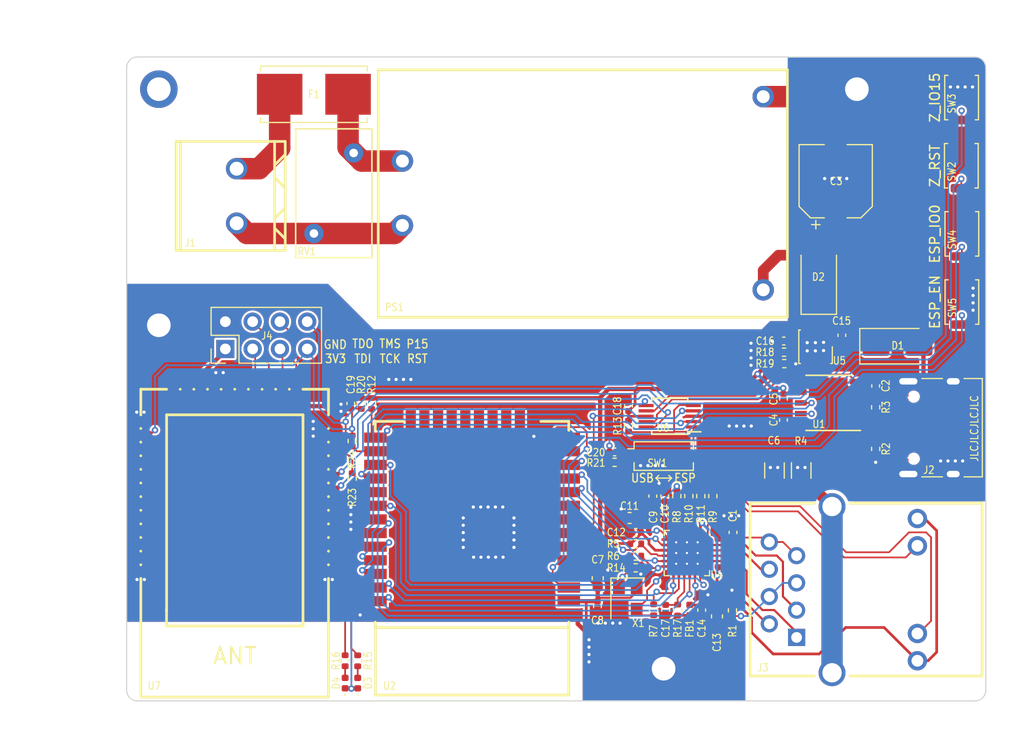
<source format=kicad_pcb>
(kicad_pcb (version 20221018) (generator pcbnew)
  (layers (0 "F.Cu" signal) (31 "B.Cu" signal) (34 "B.Paste" user) (35 "F.Paste" user) (36 "B.SilkS" user "B.Silkscreen") (37 "F.SilkS" user "F.Silkscreen") (38 "B.Mask" user) (39 "F.Mask" user) (44 "Edge.Cuts" user))
  (net 0 "")
  (net 1 "Net-(J3-CHS_GND)")
  (net 2 "GND")
  (net 3 "VBUS")
  (net 4 "Net-(D2-A)")
  (net 5 "/CH342_V3")
  (net 6 "+3V3")
  (net 7 "GNDPWR")
  (net 8 "/VDDCR")
  (net 9 "VDDA")
  (net 10 "+5V")
  (net 11 "/8720_RST")
  (net 12 "/2652_RST")
  (net 13 "Net-(D3-A)")
  (net 14 "Net-(D4-A)")
  (net 15 "Net-(J1-Pin_2)")
  (net 16 "Net-(PS1-AC{slash}L)")
  (net 17 "Net-(J1-Pin_1)")
  (net 18 "Net-(J2-CC1)")
  (net 19 "/USB_DP")
  (net 20 "/USB_DM")
  (net 22 "Net-(J2-CC2)")
  (net 24 "/ETH_TX+")
  (net 25 "/ETH_TX-")
  (net 26 "/ETH_RX+")
  (net 27 "Net-(J3-Pad4)")
  (net 28 "/ETH_RX-")
  (net 29 "/ETH_LED1")
  (net 30 "/ETH_LED2")
  (net 31 "/ESP_IO13_RMII_EMAC_RXER")
  (net 32 "/ESP_IO18_RMII_MDIO")
  (net 33 "/CLK_50M")
  (net 34 "/ESP_IO0_RMII_EMAC_REFCLK")
  (net 35 "/OSCIN")
  (net 36 "Net-(U4-RBIAS)")
  (net 37 "Net-(U4-LED1{slash}REGOFF)")
  (net 38 "Net-(U4-LED2{slash}~{INTSEL})")
  (net 39 "/MUX_IN")
  (net 40 "/ESP_IO16_OSC_EN")
  (net 41 "/2652_IO7_LED2")
  (net 42 "Net-(U5-BP{slash}ADJ)")
  (net 43 "/ESP_IO33")
  (net 44 "/2652_IO15_FLASH")
  (net 45 "/ESP_IO32")
  (net 46 "/ESP_EN")
  (net 47 "/CH342_TXD1")
  (net 48 "/CH342_RXD1")
  (net 49 "/ESP_IO3_RXD0")
  (net 50 "/ESP_IO1_TXD0")
  (net 53 "/ESP_IO34")
  (net 54 "/ESP_IO35_RXD2")
  (net 55 "/ESP_IO25_RMII_EMAC_RXD0")
  (net 56 "/ESP_IO26_RMII_EMAC_RXD1")
  (net 57 "/ESP_IO27_RMII_EMAC_CRSDV")
  (net 58 "/ESP_IO14")
  (net 59 "/ESP_IO12")
  (net 66 "/ESP_IO15")
  (net 67 "/ESP_IO2")
  (net 68 "/ESP_IO4")
  (net 69 "/ESP_IO17_TXD2")
  (net 70 "/ESP_IO5")
  (net 71 "/ESP_IO19_RMII_EMAC_TXD0")
  (net 73 "/ESP_IO21_RMII_EMAC_TXEN")
  (net 74 "/ESP_IO22_RMII_EMAC_TXD1")
  (net 75 "/ESP_IO23_RMII_MDC")
  (net 76 "/2652_IO12_RXD")
  (net 77 "/2652_IO13_TXD")
  (net 78 "/2652_TMS")
  (net 79 "/2652_TCK")
  (net 80 "/2652_IO16_TDO")
  (net 81 "/2652_IO17_TDI")
  (net 101 "/2652_IO8_LED1")
  (footprint "ETH2Zigbee:WIFI-SMD_ESP32-WROOM-32E" (layer "F.Cu") (at 132.1711 142.9777 90)
    (fp_text reference "U2")
    (fp_text value "ESP32-WROOM-32UE-N16")
  )
  (footprint "ETH2Zigbee:VQFN-24-1EP_4x4mm_P0.5mm_EP2.5x2.5mm_ThermalVias" (layer "F.Cu") (at 152.1729 146.223 -90)
    (fp_text reference "U4")
    (fp_text value "LAN8720A")
  )
  (footprint "Connector_PinHeader_2.54mm:PinHeader_2x04_P2.54mm_Vertical" (layer "F.Cu") (at 109.1946 127.2032 90)
    (fp_text reference "J4")
    (fp_text value "Conn_02x03_Odd_Even")
  )
  (footprint "Capacitor_SMD:C_0603_1608Metric" (layer "F.Cu") (at 146.8349 142.9588 180)
    (fp_text reference "C11")
    (fp_text value "10uF")
  )
  (footprint "Capacitor_SMD:CP_Elec_6.3x5.4" (layer "F.Cu") (at 166.025 111.5794 90)
    (fp_text reference "C3")
    (fp_text value "220uF/6.3V")
  )
  (footprint "Resistor_SMD:R_0402_1005Metric" (layer "F.Cu") (at 153.4668 140.9192 90)
    (fp_text reference "R11")
    (fp_text value "1K")
  )
  (footprint "ETH2Zigbee:PWRM-TH_HLK-5M05" (layer "F.Cu") (at 142.4792 112.697)
    (fp_text reference "PS1")
    (fp_text value "HLK-5M05" hide)
  )
  (footprint "Capacitor_SMD:C_0402_1005Metric" (layer "F.Cu") (at 166.5986 125.9332 90)
    (fp_text reference "C15")
    (fp_text value "2.2uF")
  )
  (footprint "Resistor_SMD:R_0402_1005Metric" (layer "F.Cu") (at 152.3492 140.9192 90)
    (fp_text reference "R10")
    (fp_text value "1K")
  )
  (footprint "ETH2Zigbee:WIRELM-SMD_E72-2G4M20S1E" (layer "F.Cu") (at 110.0729 139.446)
    (fp_text reference "U7")
    (fp_text value "E72-2G4M20S1E")
  )
  (footprint "Package_SO:SSOP-10_3.9x4.9mm_P1.00mm" (layer "F.Cu") (at 165.3286 132.2324 180)
    (fp_text reference "U1")
    (fp_text value "CH342K")
  )
  (footprint "Resistor_SMD:R_0402_1005Metric" (layer "F.Cu") (at 121.8438 132.2832 -90)
    (fp_text reference "R20")
    (fp_text value "10K")
  )
  (footprint "Resistor_SMD:R_0402_1005Metric" (layer "F.Cu") (at 147.4067 146.5072)
    (fp_text reference "R6")
    (fp_text value "1.5K")
  )
  (footprint "Resistor_SMD:R_0402_1005Metric" (layer "F.Cu") (at 169.7482 132.6414 90)
    (fp_text reference "R3")
    (fp_text value "5.1K")
  )
  (footprint "Package_SO:MSOP-10_3x3mm_P0.5mm" (layer "F.Cu") (at 150.5712 133.477 180)
    (fp_text reference "U6")
    (fp_text value "TS5A23157DGS")
  )
  (footprint "MountingHole:MountingHole_2.2mm_M2_ISO7380_Pad" (layer "F.Cu") (at 103 103)
    (fp_text reference "" hide)
    (fp_text value "MountingHole_2.2mm_M2_ISO7380_Pad")
  )
  (footprint "Resistor_SMD:R_0402_1005Metric" (layer "F.Cu") (at 145.4404 137.7696)
    (fp_text reference "R21")
    (fp_text value "10K")
  )
  (footprint "Capacitor_SMD:C_0402_1005Metric" (layer "F.Cu") (at 143.8402 151.2088 90)
    (fp_text reference "C8")
    (fp_text value "100nF")
  )
  (footprint "Diode_SMD:D_SMA" (layer "F.Cu") (at 164.4502 120.4694 90)
    (fp_text reference "D2")
    (fp_text value "SS14")
  )
  (footprint "Capacitor_SMD:C_0402_1005Metric" (layer "F.Cu") (at 161.191 126.4666)
    (fp_text reference "C16")
    (fp_text value "2.2uF")
  )
  (footprint "Resistor_SMD:R_0402_1005Metric" (layer "F.Cu") (at 154.5844 140.9192 90)
    (fp_text reference "R9")
    (fp_text value "12.1K/1%")
  )
  (footprint "Resistor_SMD:R_0402_1005Metric" (layer "F.Cu") (at 161.2392 128.5748)
    (fp_text reference "R19")
    (fp_text value "5.1K")
  )
  (footprint "Resistor_SMD:R_0402_1005Metric" (layer "F.Cu") (at 122.809 132.2832 -90)
    (fp_text reference "R12")
    (fp_text value "10K")
  )
  (footprint "Capacitor_SMD:C_1206_3216Metric" (layer "F.Cu") (at 160.3248 138.5316 90)
    (fp_text reference "C6")
    (fp_text value "1nF/2KV")
  )
  (footprint "MountingHole:MountingHole_2.2mm_M2_ISO7380_Pad" (layer "F.Cu") (at 103 125)
    (fp_text reference "" hide)
    (fp_text value "MountingHole_2.2mm_M2_ISO7380_Pad")
  )
  (footprint "Resistor_SMD:R_0402_1005Metric" (layer "F.Cu") (at 161.2138 127.508 180)
    (fp_text reference "R18")
    (fp_text value "16K")
  )
  (footprint "Capacitor_SMD:C_0402_1005Metric" (layer "F.Cu") (at 161.163 131.8716 90)
    (fp_text reference "C5")
    (fp_text value "100nF")
  )
  (footprint "Resistor_SMD:R_0402_1005Metric" (layer "F.Cu") (at 146.7358 134.3914 -90)
    (fp_text reference "R13")
    (fp_text value "10K")
  )
  (footprint "Capacitor_SMD:C_0402_1005Metric" (layer "F.Cu") (at 120.8786 132.2832 90)
    (fp_text reference "C19")
    (fp_text value "100nF")
  )
  (footprint "ETH2Zigbee:CONN-TH_2P-P5.00_WJ500V-5.08-2P" (layer "F.Cu") (at 110.2466 112.951 90)
    (fp_text reference "J1")
    (fp_text value "Conn_01x02")
  )
  (footprint "Capacitor_SMD:C_0402_1005Metric" (layer "F.Cu") (at 148.9964 140.9192 90)
    (fp_text reference "C9")
    (fp_text value "1uF")
  )
  (footprint "MountingHole:MountingHole_2.2mm_M2_ISO7380_Pad" (layer "F.Cu") (at 150 157)
    (fp_text reference "" hide)
    (fp_text value "MountingHole_2.2mm_M2_ISO7380_Pad")
  )
  (footprint "Resistor_SMD:R_1206_3216Metric" (layer "F.Cu") (at 162.814 138.5316 90)
    (fp_text reference "R4")
    (fp_text value "1M")
  )
  (footprint "Capacitor_SMD:C_0603_1608Metric" (layer "F.Cu") (at 143.8656 148.5646 -90)
    (fp_text reference "C7")
    (fp_text value "22uF")
  )
  (footprint "Button_Switch_SMD:SW_DIP_SPSTx01_Slide_Copal_CHS-01A_W5.08mm_P1.27mm_JPin" (layer "F.Cu") (at 150.0124 137.1854)
    (fp_text reference "SW1")
    (fp_text value "SW_DIP_x01")
  )
  (footprint "ETH2Zigbee:USB_C_Receptacle_XKB_U262-16XN-4BVC11" (layer "F.Cu") (at 175.895 134.5438 90)
    (fp_text reference "J2")
    (fp_text value "USB_C_Receptacle_USB2.0")
  )
  (footprint "Diode_SMD:D_SMA" (layer "F.Cu") (at 171.7802 126.9492)
    (fp_text reference "D1")
    (fp_text value "SS14")
  )
  (footprint "Capacitor_SMD:C_0402_1005Metric" (layer "F.Cu") (at 153.5509 151.544 -90)
    (fp_text reference "C14")
    (fp_text value "100nF")
  )
  (footprint "Resistor_SMD:R_0402_1005Metric" (layer "F.Cu") (at 151.3078 151.5364 90)
    (fp_text reference "R17")
    (fp_text value "10K")
  )
  (footprint "Resistor_SMD:R_0402_1005Metric" (layer "F.Cu") (at 169.7482 136.5224 -90)
    (fp_text reference "R2")
    (fp_text value "5.1K")
  )
  (footprint "Resistor_SMD:R_0402_1005Metric" (layer "F.Cu") (at 121.0056 139.2936 -90)
    (fp_text reference "R23")
    (fp_text value "0R")
  )
  (footprint "ETH2Zigbee:Oscillator_SMD_Abracon_ASE-4Pin_3.2x2.5mm" (layer "F.Cu") (at 146.6675 150.4518 -90)
    (fp_text reference "X1")
    (fp_text value "50MHz")
  )
  (footprint "Resistor_SMD:R_0402_1005Metric" (layer "F.Cu") (at 156.4132 151.5668 90)
    (fp_text reference "R1")
    (fp_text value "0R")
  )
  (footprint "Capacitor_SMD:C_0402_1005Metric" (layer "F.Cu") (at 150.1902 151.5364 -90)
    (fp_text reference "C17")
    (fp_text value "100nF")
  )
  (footprint "ETH2Zigbee:RJ45-TH_HR911105A" (layer "F.Cu") (at 166.7394 149.6358 90)
    (fp_text reference "J3")
    (fp_text value "HR911105A")
  )
  (footprint "ETH2Zigbee:SW_Push_SPST_NO_Alps_SKRK" (layer "F.Cu") (at 177.7238 110.1344 90)
    (fp_text reference "SW2")
    (fp_text value "SW_Push")
  )
  (footprint "ETH2Zigbee:SW_Push_SPST_NO_Alps_SKRK" (layer "F.Cu") (at 177.7492 103.7844 90)
    (fp_text reference "SW3")
    (fp_text value "SW_Push")
  )
  (footprint "Resistor_SMD:R_0402_1005Metric" (layer "F.Cu") (at 147.4041 147.5994)
    (fp_text reference "R14")
    (fp_text value "10K")
  )
  (footprint "ETH2Zigbee:SW_Push_SPST_NO_Alps_SKRK" (layer "F.Cu") (at 177.7746 116.4844 90)
    (fp_text reference "SW4")
    (fp_text value "SW_Push")
  )
  (footprint "Inductor_SMD:L_0402_1005Metric" (layer "F.Cu") (at 152.4333 151.5364 90)
    (fp_text reference "FB1")
    (fp_text value "120R/1A")
  )
  (footprint "Capacitor_SMD:C_0402_1005Metric" (layer "F.Cu") (at 146.7358 132.5118 90)
    (fp_text reference "C18")
    (fp_text value "100nF")
  )
  (footprint "Resistor_SMD:R_0402_1005Metric" (layer "F.Cu") (at 151.2316 140.9192 -90)
    (fp_text reference "R8")
    (fp_text value "33R")
  )
  (footprint "Resistor_SMD:R_0402_1005Metric" (layer "F.Cu") (at 121.5136 156.2634 -90)
    (fp_text reference "R15")
    (fp_text value "1K")
  )
  (footprint "Resistor_SMD:R_0402_1005Metric" (layer "F.Cu") (at 149.0726 151.511 90)
    (fp_text reference "R7")
    (fp_text value "33R")
  )
  (footprint "Capacitor_SMD:C_0402_1005Metric" (layer "F.Cu") (at 156.4655 144.302 90)
    (fp_text reference "C1")
    (fp_text value "22nF")
  )
  (footprint "MountingHole:MountingHole_2.2mm_M2_ISO7380_Pad" (layer "F.Cu") (at 168 103)
    (fp_text reference "" hide)
    (fp_text value "MountingHole_2.2mm_M2_ISO7380_Pad")
  )
  (footprint "Package_DFN_QFN:DFN-8-1EP_3x3mm_P0.65mm_EP1.55x2.4mm" (layer "F.Cu") (at 164.1506 127 -90)
    (fp_text reference "U5")
    (fp_text value "RT9187GQV")
  )
  (footprint "Capacitor_SMD:C_0402_1005Metric" (layer "F.Cu") (at 161.163 133.83 90)
    (fp_text reference "C4")
    (fp_text value "100nF")
  )
  (footprint "Capacitor_SMD:C_0603_1608Metric" (layer "F.Cu") (at 154.9733 152.1282 -90)
    (fp_text reference "C13")
    (fp_text value "10uF")
  )
  (footprint "Varistor:RV_Disc_D12mm_W7.1mm_P7.5mm" (layer "F.Cu") (at 121.139 108.947 -90)
    (fp_text reference "RV1")
    (fp_text value "10D561K")
  )
  (footprint "Capacitor_SMD:C_0402_1005Metric" (layer "F.Cu") (at 145.4404 136.8044)
    (fp_text reference "C20")
    (fp_text value "100nF")
  )
  (footprint "Resistor_SMD:R_0402_1005Metric" (layer "F.Cu") (at 120.3452 156.2586 -90)
    (fp_text reference "R16")
    (fp_text value "1K")
  )
  (footprint "ETH2Zigbee:Fuseholder_Littelfuse_Nano2_154x" (layer "F.Cu") (at 117.4348 103.4768)
    (fp_text reference "F1")
    (fp_text value "0.5A/250V")
  )
  (footprint "LED_SMD:LED_0402_1005Metric" (layer "F.Cu") (at 121.5136 158.3438 90)
    (fp_text reference "D3")
    (fp_text value "RED")
  )
  (footprint "ETH2Zigbee:SW_Push_SPST_NO_Alps_SKRK" (layer "F.Cu") (at 177.7746 122.8344 90)
    (fp_text reference "SW5")
    (fp_text value "SW_Push")
  )
  (footprint "LED_SMD:LED_0402_1005Metric" (layer "F.Cu") (at 120.3452 158.3414 90)
    (fp_text reference "D4")
    (fp_text value "GREEN")
  )
  (footprint "Capacitor_SMD:C_0402_1005Metric" (layer "F.Cu") (at 147.4067 144.2974 180)
    (fp_text reference "C12")
    (fp_text value "100nF")
  )
  (footprint "Resistor_SMD:R_0402_1005Metric" (layer "F.Cu") (at 121.0056 135.7884 90)
    (fp_text reference "R24")
    (fp_text value "0R")
  )
  (footprint "Capacitor_SMD:C_0402_1005Metric" (layer "F.Cu") (at 169.7482 130.6576 -90)
    (fp_text reference "C2")
    (fp_text value "100nF")
  )
  (footprint "Resistor_SMD:R_0402_1005Metric" (layer "F.Cu") (at 147.4067 145.3642)
    (fp_text reference "R5")
    (fp_text value "10K")
  )
  (footprint "Capacitor_SMD:C_0402_1005Metric" (layer "F.Cu") (at 150.114 140.9192 90)
    (fp_text reference "C10")
    (fp_text value "470pF")
  )
  (gr_line (start 149.2885 139.2428) (end 149.5679 139.5222) (stroke (width 0.12)) (layer "F.SilkS"))
  (gr_line (start 149.2885 139.2428) (end 150.7363 139.2428) (stroke (width 0.12)) (layer "F.SilkS"))
  (gr_line (start 150.4569 139.5222) (end 150.7363 139.2428) (stroke (width 0.12)) (layer "F.SilkS"))
  (gr_line (start 149.2885 139.2428) (end 149.5425 138.9888) (stroke (width 0.12)) (layer "F.SilkS"))
  (gr_line (start 150.7363 139.2428) (end 150.4823 138.9888) (stroke (width 0.12)) (layer "F.SilkS"))
  (gr_arc (start 179 100) (mid 179.707106 100.292893) (end 180 101) (stroke (width 0.1)) (layer "Edge.Cuts"))
  (gr_arc (start 100 101) (mid 100.292893 100.292894) (end 101 100) (stroke (width 0.1)) (layer "Edge.Cuts"))
  (gr_line (start 180 101) (end 180 159) (stroke (width 0.1)) (layer "Edge.Cuts"))
  (gr_line (start 179 160) (end 101 160) (stroke (width 0.1)) (layer "Edge.Cuts"))
  (gr_line (start 100 159) (end 100 101) (stroke (width 0.1)) (layer "Edge.Cuts"))
  (gr_arc (start 180 159) (mid 179.707107 159.707106) (end 179 160) (stroke (width 0.1)) (layer "Edge.Cuts"))
  (gr_line (start 101 100) (end 179 100) (stroke (width 0.1)) (layer "Edge.Cuts"))
  (gr_arc (start 101 160) (mid 100.292894 159.707107) (end 100 159) (stroke (width 0.1)) (layer "Edge.Cuts"))
  (gr_text "Z_IO15" (at 175.26 103.7844 90) (layer "F.SilkS") (effects (font (size 0.9 0.9) (thickness 0.14))))
  (gr_text "GND" (at 119.4308 126.7968) (layer "F.SilkS") (effects (font (size 0.8 0.7) (thickness 0.12) bold)))
  (gr_text "Z_RST" (at 175.26 110.1344 90) (layer "F.SilkS") (effects (font (size 0.9 0.9) (thickness 0.14))))
  (gr_text "TMS" (at 124.5362 126.7206) (layer "F.SilkS") (effects (font (size 0.8 0.7) (thickness 0.12) bold)))
  (gr_text "P15" (at 127.0762 126.746) (layer "F.SilkS") (effects (font (size 0.8 0.7) (thickness 0.12) bold)))
  (gr_text "TDO" (at 121.9962 126.7206) (layer "F.SilkS") (effects (font (size 0.8 0.7) (thickness 0.12) bold)))
  (gr_text "ESP_IO0" (at 175.26 116.4844 90) (layer "F.SilkS") (effects (font (size 0.9 0.9) (thickness 0.14))))
  (gr_text "JLCJLCJLCJLC" (at 178.943 137.7696 90) (layer "F.SilkS") (effects (font (size 0.7 0.6) (thickness 0.1)) (justify left)))
  (gr_text "ESP_EN" (at 175.26 122.8344 90) (layer "F.SilkS") (effects (font (size 0.9 0.9) (thickness 0.14))))
  (gr_text "TDI" (at 121.9962 128.1176) (layer "F.SilkS") (effects (font (size 0.8 0.7) (thickness 0.12) bold)))
  (gr_text "USB" (at 148.0312 139.2428) (layer "F.SilkS") (effects (font (size 0.8 0.7) (thickness 0.12))))
  (gr_text "RST" (at 127.0762 128.1176) (layer "F.SilkS") (effects (font (size 0.8 0.7) (thickness 0.12) bold)))
  (gr_text "3V3" (at 119.4562 128.1176) (layer "F.SilkS") (effects (font (size 0.8 0.7) (thickness 0.12) bold)))
  (gr_text "TCK" (at 124.5362 128.1176) (layer "F.SilkS") (effects (font (size 0.8 0.7) (thickness 0.12) bold)))
  (gr_text "ESP" (at 151.9936 139.2428) (layer "F.SilkS") (effects (font (size 0.8 0.7) (thickness 0.12))))
  (segment (start 159.4306 144.782) (end 159.8444 145.1958) (width 0.16) (layer "F.Cu") (net 1))
  (segment (start 159.8444 145.1958) (end 161.1144 145.1958) (width 0.16) (layer "F.Cu") (net 1))
  (segment (start 161.1144 145.1958) (end 162.3844 146.4658) (width 0.16) (layer "F.Cu") (net 1))
  (segment (start 156.4655 144.782) (end 159.4306 144.782) (width 0.16) (layer "F.Cu") (net 1))
  (segment (start 120.9546 158.8264) (end 121.5112 158.8264) (width 0.16) (layer "F.Cu") (net 2))
  (segment (start 120.3452 158.8264) (end 120.9042 158.8264) (width 0.16) (layer "F.Cu") (net 2))
  (segment (start 159.2792 103.697) (end 163.0314 103.697) (width 2) (layer "F.Cu") (net 2))
  (segment (start 120.9042 158.8264) (end 120.9294 158.8516) (width 0.16) (layer "F.Cu") (net 2))
  (segment (start 120.9294 158.8516) (end 120.9546 158.8264) (width 0.16) (layer "F.Cu") (net 2))
  (segment (start 141.5921 151.9807) (end 142.0114 152.4) (width 0.4) (layer "F.Cu") (net 2))
  (segment (start 142.0114 152.4) (end 142.0114 152.831894) (width 0.4) (layer "F.Cu") (net 2))
  (segment (start 141.1711 151.9807) (end 141.5921 151.9807) (width 0.4) (layer "F.Cu") (net 2))
  (segment (start 121.5112 158.8264) (end 121.5136 158.8288) (width 0.16) (layer "F.Cu") (net 2))
  (segment (start 142.0114 152.831894) (end 143.332106 154.1526) (width 0.4) (layer "F.Cu") (net 2))
  (via (at 143.0528 154.9908) (size 0.6) (drill 0.3) (layers "F.Cu" "B.Cu") (net 2))
  (via (at 143.0528 155.6766) (size 0.6) (drill 0.3) (layers "F.Cu" "B.Cu") (net 2))
  (via (at 131.3434 144.3228) (size 0.6) (drill 0.3) (layers "F.Cu" "B.Cu") (net 2))
  (via (at 108.9914 129.413) (size 0.6) (drill 0.3) (layers "F.Cu" "B.Cu") (net 2))
  (via (at 135.0518 146.6088) (size 0.6) (drill 0.3) (layers "F.Cu" "B.Cu") (net 2))
  (via (at 144.5768 152.7556) (size 0.6) (drill 0.3) (layers "F.Cu" "B.Cu") (net 2))
  (via (at 158.1404 128.0414) (size 0.6) (drill 0.3) (layers "F.Cu" "B.Cu") (net 2))
  (via (at 143.0528 156.3624) (size 0.6) (drill 0.3) (layers "F.Cu" "B.Cu") (net 2))
  (via (at 131.3434 142.9512) (size 0.6) (drill 0.3) (layers "F.Cu" "B.Cu") (net 2))
  (via (at 149.9108 138.0744) (size 0.6) (drill 0.3) (layers "F.Cu" "B.Cu") (net 2))
  (via (at 143.891 152.7556) (size 0.6) (drill 0.3) (layers "F.Cu" "B.Cu") (net 2))
  (via (at 163.3728 126.619) (size 0.6) (drill 0.3) (layers "F.Cu" "B.Cu") (net 2))
  (via (at 160.1216 126.492) (size 0.6) (drill 0.3) (layers "F.Cu" "B.Cu") (net 2))
  (via (at 134.366 146.6088) (size 0.6) (drill 0.3) (layers "F.Cu" "B.Cu") (net 2))
  (via (at 101.6254 133.096) (size 0.6) (drill 0.3) (layers "F.Cu" "B.Cu") (net 2))
  (via (at 176.7078 102.7938) (size 0.6) (drill 0.3) (layers "F.Cu" "B.Cu") (net 2))
  (via (at 146.05 142.113) (size 0.6) (drill 0.3) (layers "F.Cu" "B.Cu") (net 2))
  (via (at 154.1272 150.114) (size 0.6) (drill 0.3) (layers "F.Cu" "B.Cu") (net 2))
  (via (at 165.6842 111.3282) (size 0.6) (drill 0.3) (layers "F.Cu" "B.Cu") (net 2))
  (via (at 148.5392 138.0744) (size 0.6) (drill 0.3) (layers "F.Cu" "B.Cu") (net 2))
  (via (at 158.1658 134.3914) (size 0.6) (drill 0.3) (layers "F.Cu" "B.Cu") (net 2))
  (via (at 149.5806 139.7254) (size 0.6) (drill 0.3) (layers "F.Cu" "B.Cu") (net 2))
  (via (at 156.3116 142.748) (size 0.6) (drill 0.3) (layers "F.Cu" "B.Cu") (net 2))
  (via (at 119.9642 133.0198) (size 0.6) (drill 0.3) (layers "F.Cu" "B.Cu") (net 2))
  (via (at 164.1348 126.619) (size 0.6) (drill 0.3) (layers "F.Cu" "B.Cu") (net 2))
  (via (at 156.9974 142.748) (size 0.6) (drill 0.3) (layers "F.Cu" "B.Cu") (net 2))
  (via (at 178.7652 102.7938) (size 0.6) (drill 0.3) (layers "F.Cu" "B.Cu") (net 2))
  (via (at 126.4666 130.048) (size 0.6) (drill 0.3) (layers "F.Cu" "B.Cu") (net 2))
  (via (at 147.8534 138.0744) (size 0.6) (drill 0.3) (layers "F.Cu" "B.Cu") (net 2))
  (via (at 120.8786 144.018) (size 0.6) (drill 0.3) (layers "F.Cu" "B.Cu") (net 2))
  (via (at 108.3056 129.413) (size 0.6) (drill 0.3) (layers "F.Cu" "B.Cu") (net 2))
  (via (at 177.165 137.6426) (size 0.6) (drill 0.3) (layers "F.Cu" "B.Cu") (net 2))
  (via (at 178.816 123.5964) (size 0.6) (drill 0.3) (layers "F.Cu" "B.Cu") (net 2))
  (via (at 155.6258 142.748) (size 0.6) (drill 0.3) (layers "F.Cu" "B.Cu") (net 2))
  (via (at 136.0678 143.637) (size 0.6) (drill 0.3) (layers "F.Cu" "B.Cu") (net 2))
  (via (at 164.8968 127.3556) (size 0.6) (drill 0.3) (layers "F.Cu" "B.Cu") (net 2))
  (via (at 178.816 121.539) (size 0.6) (drill 0.3) (layers "F.Cu" "B.Cu") (net 2))
  (via (at 133.6548 141.9352) (size 0.6) (drill 0.3) (layers "F.Cu" "B.Cu") (net 2))
  (via (at 121.7422 151.9936) (size 0.6) (drill 0.3) (layers "F.Cu" "B.Cu") (net 2))
  (via (at 132.3086 146.6088) (size 0.6) (drill 0.3) (layers "F.Cu" "B.Cu") (net 2))
  (via (at 136.0678 145.6944) (size 0.6) (drill 0.3) (layers "F.Cu" "B.Cu") (net 2))
  (via (at 120.8786 143.3322) (size 0.6) (drill 0.3) (layers "F.Cu" "B.Cu") (net 2))
  (via (at 117.3734 135.3312) (size 0.6) (drill 0.3) (layers "F.Cu" "B.Cu") (net 2))
  (via (at 132.969 141.9352) (size 0.6) (drill 0.3) (layers "F.Cu" "B.Cu") (net 2))
  (via (at 125.7808 130.048) (size 0.6) (drill 0.3) (layers "F.Cu" "B.Cu") (net 2))
  (via (at 120.9294 158.8516) (size 0.6) (drill 0.3) (layers "F.Cu" "B.Cu") (net 2))
  (via (at 120.8786 142.6464) (size 0.6) (drill 0.3) (layers "F.Cu" "B.Cu") (net 2))
  (via (at 156.1084 134.3914) (size 0.6) (drill 0.3) (layers "F.Cu" "B.Cu") (net 2))
  (via (at 144.8054 147.8026) (size 0.6) (drill 0.3) (layers "F.Cu" "B.Cu") (net 2))
  (via (at 157.48 134.3914) (size 0.6) (drill 0.3) (layers "F.Cu" "B.Cu") (net 2))
  (via (at 132.2832 141.9352) (size 0.6) (drill 0.3) (layers "F.Cu" "B.Cu") (net 2))
  (via (at 160.6296 138.2522) (size 0.6) (drill 0.3) (layers "F.Cu" "B.Cu") (net 2))
  (via (at 136.0678 144.3228) (size 0.6) (drill 0.3) (layers "F.Cu" "B.Cu") (net 2))
  (via (at 134.3406 141.9352) (size 0.6) (drill 0.3) (layers "F.Cu" "B.Cu") (net 2))
  (via (at 133.6802 146.6088) (size 0.6) (drill 0.3) (layers "F.Cu" "B.Cu") (net 2))
  (via (at 158.1404 128.7272) (size 0.6) (drill 0.3) (layers "F.Cu" "B.Cu") (net 2))
  (via (at 118.4656 148.6916) (size 0.6) (drill 0.3) (layers "F.Cu" "B.Cu") (net 2))
  (via (at 131.3434 145.0086) (size 0.6) (drill 0.3) (layers "F.Cu" "B.Cu") (net 2))
  (via (at 156.3624 149.6822) (size 0.6) (drill 0.3) (layers "F.Cu" "B.Cu") (net 2))
  (via (at 147.8788 148.1836) (size 0.6) (drill 0.3) (layers "F.Cu" "B.Cu") (net 2))
  (via (at 175.7934 137.6426) (size 0.6) (drill 0.3) (layers "F.Cu" "B.Cu") (net 2))
  (via (at 159.9438 138.2522) (size 0.6) (drill 0.3) (layers "F.Cu" "B.Cu") (net 2))
  (via (at 119.9642 132.3594) (size 0.6) (drill 0.3) (layers "F.Cu" "B.Cu") (net 2))
  (via (at 177.3936 102.7938) (size 0.6) (drill 0.3) (layers "F.Cu" "B.Cu") (net 2))
  (via (at 178.0794 102.7938) (size 0.6) (drill 0.3) (layers "F.Cu" "B.Cu") (net 2))
  (via (at 120.8786 141.9606) (size 0.6) (drill 0.3) (layers "F.Cu" "B.Cu") (net 2))
  (via (at 131.3434 143.637) (size 0.6) (drill 0.3) (layers "F.Cu" "B.Cu") (net 2))
  (via (at 145.2626 152.7556) (size 0.6) (drill 0.3) (layers "F.Cu" "B.Cu") (net 2))
  (via (at 100.9396 133.096) (size 0.6) (drill 0.3) (layers "F.Cu" "B.Cu") (net 2))
  (via (at 101.6508 148.6916) (size 0.6) (drill 0.3) (layers "F.Cu" "B.Cu") (net 2))
  (via (at 124.4092 130.048) (size 0.6) (drill 0.3) (layers "F.Cu" "B.Cu") (net 2))
  (via (at 167.0558 111.3282) (size 0.6) (drill 0.3) (layers "F.Cu" "B.Cu") (net 2))
  (via (at 132.9944 146.6088) (size 0.6) (drill 0.3) (layers "F.Cu" "B.Cu") (net 2))
  (via (at 178.816 122.2248) (size 0.6) (drill 0.3) (layers "F.Cu" "B.Cu") (net 2))
  (via (at 100.965 148.6916) (size 0.6) (drill 0.3) (layers "F.Cu" "B.Cu") (net 2))
  (via (at 145.9484 152.7556) (size 0.6) (drill 0.3) (layers "F.Cu" "B.Cu") (net 2))
  (via (at 149.225 138.0744) (size 0.6) (drill 0.3) (layers "F.Cu" "B.Cu") (net 2))
  (via (at 156.7942 134.3914) (size 0.6) (drill 0.3) (layers "F.Cu" "B.Cu") (net 2))
  (via (at 162.4838 138.2522) (size 0.6) (drill 0.3) (layers "F.Cu" "B.Cu") (net 2))
  (via (at 125.095 130.048) (size 0.6) (drill 0.3) (layers "F.Cu" "B.Cu") (net 2))
  (via (at 117.3734 133.9596) (size 0.6) (drill 0.3) (layers "F.Cu" "B.Cu") (net 2))
  (via (at 162.306 128.6002) (size 0.6) (drill 0.3) (layers "F.Cu" "B.Cu") (net 2))
  (via (at 178.816 122.9106) (size 0.6) (drill 0.3) (layers "F.Cu" "B.Cu") (net 2))
  (via (at 176.4792 137.6426) (size 0.6) (drill 0.3) (layers "F.Cu" "B.Cu") (net 2))
  (via (at 119.1514 148.6916) (size 0.6) (drill 0.3) (layers "F.Cu" "B.Cu") (net 2))
  (via (at 135.0264 141.9352) (size 0.6) (drill 0.3) (layers "F.Cu" "B.Cu") (net 2))
  (via (at 131.3434 145.6944) (size 0.6) (drill 0.3) (layers "F.Cu" "B.Cu") (net 2))
  (via (at 166.37 111.3282) (size 0.6) (drill 0.3) (layers "F.Cu" "B.Cu") (net 2))
  (via (at 177.8508 137.6426) (size 0.6) (drill 0.3) (layers "F.Cu" "B.Cu") (net 2))
  (via (at 137.922 135.3505) (size 0.6) (drill 0.3) (layers "F.Cu" "B.Cu") (net 2))
  (via (at 136.0678 145.0086) (size 0.6) (drill 0.3) (layers "F.Cu" "B.Cu") (net 2))
  (via (at 158.1404 127.3556) (size 0.6) (drill 0.3) (layers "F.Cu" "B.Cu") (net 2))
  (via (at 163.1696 138.2522) (size 0.6) (drill 0.3) (layers "F.Cu" "B.Cu") (net 2))
  (via (at 158.1404 126.6698) (size 0.6) (drill 0.3) (layers "F.Cu" "B.Cu") (net 2))
  (via (at 143.0528 154.305) (size 0.6) (drill 0.3) (layers "F.Cu" "B.Cu") (net 2))
  (via (at 164.8968 126.5936) (size 0.6) (drill 0.3) (layers "F.Cu" "B.Cu") (net 2))
  (via (at 164.1348 127.381) (size 0.6) (drill 0.3) (layers "F.Cu" "B.Cu") (net 2))
  (via (at 117.3734 134.6454) (size 0.6) (drill 0.3) (layers "F.Cu" "B.Cu") (net 2))
  (via (at 136.0678 142.9512) (size 0.6) (drill 0.3) (layers "F.Cu" "B.Cu") (net 2))
  (via (at 169.7482 137.7696) (size 0.6) (drill 0.3) (layers "F.Cu" "B.Cu") (net 2))
  (via (at 164.9984 111.3282) (size 0.6) (drill 0.3) (layers "F.Cu" "B.Cu") (net 2))
  (via (at 163.3728 127.381) (size 0.6) (drill 0.3) (layers "F.Cu" "B.Cu") (net 2))
  (segment (start 120.9294 158.8516) (end 120.9294 148.4884) (width 0.16) (layer "B.Cu") (net 2))
  (segment (start 169.9996 131.1376) (end 170.8558 131.9938) (width 0.25) (layer "F.Cu") (net 3))
  (segment (start 173.7802 126.9492) (end 174.2 127.369) (width 0.4) (layer "F.Cu") (net 3))
  (segment (start 174.2 127.369) (end 174.2 132.3272) (width 0.4) (layer "F.Cu") (net 3))
  (segment (start 169.6534 131.2324) (end 169.7482 131.1376) (width 0.25) (layer "F.Cu") (net 3))
  (segment (start 170.8558 131.9938) (end 172.225 131.9938) (width 0.25) (layer "F.Cu") (net 3))
  (segment (start 167.8786 131.2324) (end 169.6534 131.2324) (width 0.25) (layer "F.Cu") (net 3))
  (segment (start 174.2 132.3272) (end 174.117 132.4102) (width 0.4) (layer "F.Cu") (net 3))
  (segment (start 169.7482 131.1376) (end 169.9996 131.1376) (width 0.25) (layer "F.Cu") (net 3))
  (segment (start 166.025 118.1502) (end 165.7058 118.4694) (width 1) (layer "F.Cu") (net 4))
  (segment (start 159.2792 121.697) (end 159.2792 119.8922) (width 1) (layer "F.Cu") (net 4))
  (segment (start 159.2792 119.8922) (end 160.702 118.4694) (width 1) (layer "F.Cu") (net 4))
  (segment (start 166.025 114.3794) (end 166.025 118.1502) (width 1) (layer "F.Cu") (net 4))
  (segment (start 160.702 118.4694) (end 164.4502 118.4694) (width 1) (layer "F.Cu") (net 4))
  (segment (start 165.7058 118.4694) (end 164.4502 118.4694) (width 1) (layer "F.Cu") (net 4))
  (segment (start 162.7786 134.2324) (end 161.2406 134.2324) (width 0.16) (layer "F.Cu") (net 5))
  (segment (start 161.2406 134.2324) (end 161.163 134.31) (width 0.16) (layer "F.Cu") (net 5))
  (segment (start 107.696 132.5372) (end 106.8949 131.7361) (width 0.4) (layer "F.Cu") (net 6))
  (segment (start 147.4925 149.8145) (end 146.9136 150.3934) (width 0.2) (layer "F.Cu") (net 6))
  (segment (start 122.8116 131.8006) (end 144.0942 131.8006) (width 0.4) (layer "F.Cu") (net 6))
  (segment (start 161.6938 126.4894) (end 161.671 126.4666) (width 0.16) (layer "F.Cu") (net 6))
  (segment (start 142.8496 148.3236) (end 143.8656 149.3396) (width 0.4) (layer "F.Cu") (net 6))
  (segment (start 106.8949 129.6553) (end 109.1946 127.3556) (width 0.4) (layer "F.Cu") (net 6))
  (segment (start 106.8949 131.7361) (end 106.8949 130.94) (width 0.4) (layer "F.Cu") (net 6))
  (segment (start 161.671 126.4666) (end 161.671 125.45) (width 0.4) (layer "F.Cu") (net 6))
  (segment (start 146.9267 145.3896) (end 146.8751 145.338) (width 0.25) (layer "F.Cu") (net 6))
  (segment (start 159.9952 125.45) (end 161.671 125.45) (width 0.4) (layer "F.Cu") (net 6))
  (segment (start 148.6408 145.0515) (end 147.8867 144.2974) (width 0.25) (layer "F.Cu") (net 6))
  (segment (start 146.7358 132.9918) (end 147.3454 132.3822) (width 0.25) (layer "F.Cu") (net 6))
  (segment (start 144.0942 131.7244) (end 144.0942 131.8006) (width 0.4) (layer "F.Cu") (net 6))
  (segment (start 145.4912 146.0754) (end 145.4912 145.338) (width 0.25) (layer "F.Cu") (net 6))
  (segment (start 157.353 130.937) (end 147.2946 130.937) (width 0.4) (layer "F.Cu") (net 6))
  (segment (start 143.8656 150.7034) (end 143.8402 150.7288) (width 0.4) (layer "F.Cu") (net 6))
  (segment (start 109.1946 127.3556) (end 109.1946 127.2032) (width 0.4) (layer "F.Cu") (net 6))
  (segment (start 144.8816 130.937) (end 144.0942 131.7244) (width 0.4) (layer "F.Cu") (net 6))
  (segment (start 144.0942 145.796) (end 142.8496 147.0406) (width 0.4) (layer "F.Cu") (net 6))
  (segment (start 144.0942 137.7696) (end 144.0942 145.3388) (width 0.4) (layer "F.Cu") (net 6))
  (segment (start 163.8256 125.45) (end 163.1756 125.45) (width 0.4) (layer "F.Cu") (net 6))
  (segment (start 142.7988 150.7107) (end 143.8221 150.7107) (width 0.4) (layer "F.Cu") (net 6))
  (segment (start 162.7786 131.2324) (end 162.6194 131.3916) (width 0.3) (layer "F.Cu") (net 6))
  (segment (start 158.75 129.54) (end 159.4612 128.8288) (width 0.4) (layer "F.Cu") (net 6))
  (segment (start 146.9136 150.3934) (end 143.9672 150.3934) (width 0.2) (layer "F.Cu") (net 6))
  (segment (start 145.4912 145.338) (end 144.095 145.338) (width 0.25) (layer "F.Cu") (net 6))
  (segment (start 147.3454 130.9878) (end 147.2946 130.937) (width 0.25) (layer "F.Cu") (net 6))
  (segment (start 147.8867 144.4296) (end 146.9267 145.3896) (width 0.25) (layer "F.Cu") (net 6))
  (segment (start 161.163 130.8862) (end 161.163 131.3916) (width 0.3) (layer "F.Cu") (net 6))
  (segment (start 147.3454 132.3822) (end 147.3454 130.9878) (width 0.25) (layer "F.Cu") (net 6))
  (segment (start 142.7988 152.9334) (end 142.7988 150.7107) (width 0.25) (layer "F.Cu") (net 6))
  (segment (start 121.8438 131.523201) (end 121.460799 131.1402) (width 0.4) (layer "F.Cu") (net 6))
  (segment (start 145.9738 146.558) (end 145.4912 146.0754) (width 0.25) (layer "F.Cu") (net 6))
  (segment (start 149.2156 145.9644) (end 148.6408 145.3896) (width 0.25) (layer "F.Cu") (net 6))
  (segment (start 144.0942 145.3388) (end 144.0942 145.796) (width 0.4) (layer "F.Cu") (net 6))
  (segment (start 152.4333 152.029) (end 151.3204 152.029) (width 0.25) (layer "F.Cu") (net 6))
  (segment (start 144.0942 132.9944) (end 144.0942 137.7696) (width 0.4) (layer "F.Cu") (net 6))
  (segment (start 161.6938 127.508) (end 161.6938 126.4894) (width 0.16) (layer "F.Cu") (net 6))
  (segment (start 147.8867 144.2974) (end 147.8867 144.4296) (width 0.25) (layer "F.Cu") (net 6))
  (segment (start 146.9267 146.5072) (end 146.8759 146.558) (width 0.25) (layer "F.Cu") (net 6))
  (segment (start 146.8751 145.338) (end 145.4912 145.338) (width 0.25) (layer "F.Cu") (net 6))
  (segment (start 151.3078 152.0164) (end 149.8828 153.4414) (width 0.25) (layer "F.Cu") (net 6))
  (segment (start 162.6194 131.3916) (end 161.163 131.3916) (width 0.3) (layer "F.Cu") (net 6))
  (segment (start 106.8949 130.94) (end 106.8949 129.6553) (width 0.4) (layer "F.Cu") (net 6))
  (segment (start 146.8759 146.558) (end 145.9738 146.558) (width 0.25) (layer "F.Cu") (net 6))
  (segment (start 142.8496 147.0406) (end 142.8496 148.3236) (width 0.4) (layer "F.Cu") (net 6))
  (segment (start 146.7358 132.9918) (end 146.7358 133.477) (width 0.25) (layer "F.Cu") (net 6))
  (segment (start 144.9604 137.7696) (end 144.0942 137.7696) (width 0.16) (layer "F.Cu") (net 6))
  (segment (start 141.1711 150.7107) (end 142.7988 150.7107) (width 0.4) (layer "F.Cu") (net 6))
  (segment (start 120.1166 131.1402) (end 118.7196 132.5372) (width 0.4) (layer "F.Cu") (net 6))
  (segment (start 143.8656 150.2918) (end 143.8656 150.7034) (width 0.4) (layer "F.Cu") (net 6))
  (segment (start 147.2946 130.937) (end 147.3708 131.0132) (width 0.25) (layer "F.Cu") (net 6))
  (segment (start 121.460799 131.1402) (end 120.1166 131.1402) (width 0.4) (layer "F.Cu") (net 6))
  (segment (start 148.3712 133.477) (end 146.7358 133.477) (width 0.25) (layer "F.Cu") (net 6))
  (segment (start 151.3204 152.029) (end 151.3078 152.0164) (width 0.25) (layer "F.Cu") (net 6))
  (segment (start 143.9672 150.3934) (end 143.8656 150.2918) (width 0.2) (layer "F.Cu") (net 6))
  (segment (start 159.4612 128.8288) (end 159.4612 125.984) (width 0.4) (layer "F.Cu") (net 6))
  (segment (start 147.6099 142.9588) (end 147.6099 144.0206) (width 0.25) (layer "F.Cu") (net 6))
  (segment (start 159.4612 125.984) (end 159.9952 125.45) (width 0.4) (layer "F.Cu") (net 6))
  (segment (start 147.4925 149.4018) (end 147.4925 149.8145) (width 0.2) (layer "F.Cu") (net 6))
  (segment (start 143.8656 149.3396) (end 143.8656 150.2918) (width 0.4) (layer "F.Cu") (net 6))
  (segment (start 147.6099 144.0206) (end 147.8867 144.2974) (width 0.25) (layer "F.Cu") (net 6))
  (segment (start 122.809 131.8032) (end 122.8116 131.8006) (width 0.4) (layer "F.Cu") (net 6))
  (segment (start 118.7196 132.5372) (end 107.696 132.5372) (width 0.4) (layer "F.Cu") (net 6))
  (segment (start 143.3068 153.4414) (end 142.7988 152.9334) (width 0.25) (layer "F.Cu") (net 6))
  (segment (start 122.809 131.8032) (end 121.8438 131.8032) (width 0.4) (layer "F.Cu") (net 6))
  (segment (start 150.2268 145.9644) (end 149.2156 145.9644) (width 0.25) (layer "F.Cu") (net 6))
  (segment (start 148.6408 145.3896) (end 148.6408 145.0515) (width 0.25) (layer "F.Cu") (net 6))
  (segment (start 144.0942 131.8006) (end 144.0942 132.9944) (width 0.4) (layer "F.Cu") (net 6))
  (segment (start 158.75 129.54) (end 157.353 130.937) (width 0.4) (layer "F.Cu") (net 6))
  (segment (start 161.671 125.45) (end 163.1756 125.45) (width 0.4) (layer "F.Cu") (net 6))
  (segment (start 161.1376 130.8608) (end 161.163 130.8862) (width 0.3) (layer "F.Cu") (net 6))
  (segment (start 143.8221 150.7107) (end 143.8402 150.7288) (width 0.4) (layer "F.Cu") (net 6))
  (segment (start 147.2946 130.937) (end 144.8816 130.937) (width 0.4) (layer "F.Cu") (net 6))
  (segment (start 150.2354 145.973) (end 150.2268 145.9644) (width 0.25) (layer "F.Cu") (net 6))
  (segment (start 121.8438 131.8032) (end 121.8438 131.523201) (width 0.4) (layer "F.Cu") (net 6))
  (segment (start 146.7358 133.477) (end 146.7358 133.9114) (width 0.25) (layer "F.Cu") (net 6))
  (segment (start 149.8828 153.4414) (end 143.3068 153.4414) (width 0.25) (layer "F.Cu") (net 6))
  (segment (start 144.095 145.338) (end 144.0942 145.3388) (width 0.25) (layer "F.Cu") (net 6))
  (via (at 158.75 129.54) (size 0.6) (drill 0.3) (layers "F.Cu" "B.Cu") (net 6))
  (via (at 161.1376 130.8608) (size 0.6) (drill 0.3) (layers "F.Cu" "B.Cu") (net 6))
  (segment (start 160.0708 130.8608) (end 158.75 129.54) (width 0.3) (layer "B.Cu") (net 6))
  (segment (start 161.1376 130.8608) (end 160.0708 130.8608) (width 0.3) (layer "B.Cu") (net 6))
  (segment (start 162.814 139.9941) (end 163.7877 139.9941) (width 1) (layer "F.Cu") (net 7))
  (segment (start 163.7877 139.9941) (end 165.6844 141.8908) (width 1) (layer "F.Cu") (net 7))
  (segment (start 160.3248 140.0066) (end 162.8015 140.0066) (width 1) (layer "F.Cu") (net 7))
  (segment (start 162.8015 140.0066) (end 162.814 139.9941) (width 1) (layer "F.Cu") (net 7))
  (segment (start 165.6844 141.8908) (end 165.6844 157.3808) (width 2) (layer "B.Cu") (net 7))
  (segment (start 150.9229 144.2855) (end 150.9229 143.0743) (width 0.25) (layer "F.Cu") (net 8))
  (segment (start 150.114 141.3992) (end 148.9964 141.3992) (width 0.25) (layer "F.Cu") (net 8))
  (segment (start 150.9229 143.0743) (end 150.114 142.2654) (width 0.25) (layer "F.Cu") (net 8))
  (segment (start 150.114 142.2654) (end 150.114 141.3992) (width 0.25) (layer "F.Cu") (net 8))
  (segment (start 152.4383 151.064) (end 152.4333 151.059) (width 0.25) (layer "F.Cu") (net 9))
  (segment (start 175.4294 144.1366) (end 174.3036 143.0108) (width 0.25) (layer "F.Cu") (net 9))
  (segment (start 164.4904 155.6258) (end 166.9542 153.162) (width 0.25) (layer "F.Cu") (net 9))
  (segment (start 175.4294 155.4564) (end 175.4294 144.1366) (width 0.25) (layer "F.Cu") (net 9))
  (segment (start 157.019515 151.0868) (end 158.1912 152.258485) (width 0.25) (layer "F.Cu") (net 9))
  (segment (start 156.4211 151.0868) (end 157.019515 151.0868) (width 0.25) (layer "F.Cu") (net 9))
  (segment (start 166.9542 153.162) (end 170.5356 153.162) (width 0.25) (layer "F.Cu") (net 9))
  (segment (start 154.6841 151.064) (end 154.9733 151.3532) (width 0.25) (layer "F.Cu") (net 9))
  (segment (start 154.1104 147.473) (end 154.9733 148.3359) (width 0.25) (layer "F.Cu") (net 9))
  (segment (start 158.1912 153.6192) (end 160.1978 155.6258) (width 0.25) (layer "F.Cu") (net 9))
  (segment (start 153.4229 143.5793) (end 153.5684 143.4338) (width 0.25) (layer "F.Cu") (net 9))
  (segment (start 153.5509 151.064) (end 152.4383 151.064) (width 0.25) (layer "F.Cu") (net 9))
  (segment (start 153.5509 151.064) (end 154.6841 151.064) (width 0.25) (layer "F.Cu") (net 9))
  (segment (start 155.2397 151.0868) (end 154.9733 151.3532) (width 0.25) (layer "F.Cu") (net 9))
  (segment (start 158.1912 152.258485) (end 158.1912 153.6192) (width 0.25) (layer "F.Cu") (net 9))
  (segment (start 160.1978 155.6258) (end 164.4904 155.6258) (width 0.25) (layer "F.Cu") (net 9))
  (segment (start 154.9733 148.3359) (end 154.9733 151.3532) (width 0.25) (layer "F.Cu") (net 9))
  (segment (start 173.6344 156.2608) (end 174.625 156.2608) (width 0.25) (layer "F.Cu") (net 9))
  (segment (start 156.4211 151.0868) (end 155.2397 151.0868) (width 0.25) (layer "F.Cu") (net 9))
  (segment (start 153.4229 144.2855) (end 153.4229 143.5793) (width 0.25) (layer "F.Cu") (net 9))
  (segment (start 174.625 156.2608) (end 175.4294 155.4564) (width 0.25) (layer "F.Cu") (net 9))
  (segment (start 170.5356 153.162) (end 173.6344 156.2608) (width 0.25) (layer "F.Cu") (net 9))
  (segment (start 174.3036 143.0108) (end 173.6344 143.0108) (width 0.25) (layer "F.Cu") (net 9))
  (via (at 153.5684 143.4338) (size 0.6) (drill 0.3) (layers "F.Cu" "B.Cu") (net 9))
  (via (at 154.9733 148.3359) (size 0.6) (drill 0.3) (layers "F.Cu" "B.Cu") (net 9))
  (segment (start 153.5684 143.4338) (end 154.9733 144.8387) (width 0.25) (layer "B.Cu") (net 9))
  (segment (start 154.9733 144.8387) (end 154.9733 148.3359) (width 0.25) (layer "B.Cu") (net 9))
  (segment (start 165.735 125.45) (end 166.5954 125.45) (width 0.4) (layer "F.Cu") (net 10))
  (segment (start 168.2842 125.4532) (end 169.7802 126.9492) (width 0.4) (layer "F.Cu") (net 10))
  (segment (start 165.735 128.2954) (end 165.735 125.45) (width 0.16) (layer "F.Cu") (net 10))
  (segment (start 164.4756 125.45) (end 165.735 125.45) (width 0.4) (layer "F.Cu") (net 10))
  (segment (start 166.5954 125.45) (end 166.5986 125.4532) (width 0.4) (layer "F.Cu") (net 10))
  (segment (start 165.4804 128.55) (end 165.735 128.2954) (width 0.16) (layer "F.Cu") (net 10))
  (segment (start 164.4502 122.4694) (end 164.4502 125.4246) (width 0.4) (layer "F.Cu") (net 10))
  (segment (start 165.1256 128.55) (end 165.4804 128.55) (width 0.16) (layer "F.Cu") (net 10))
  (segment (start 164.4502 125.4246) (end 164.4756 125.45) (width 0.4) (layer "F.Cu") (net 10))
  (segment (start 166.5986 125.4532) (end 168.2842 125.4532) (width 0.4) (layer "F.Cu") (net 10))
  (segment (start 151.9229 148.1605) (end 151.9229 149.8291) (width 0.16) (layer "F.Cu") (net 11))
  (segment (start 150.1902 151.0564) (end 151.3078 151.0564) (width 0.16) (layer "F.Cu") (net 11))
  (segment (start 151.9229 149.8291) (end 151.3078 150.4442) (width 0.16) (layer "F.Cu") (net 11))
  (segment (start 151.3078 150.4442) (end 151.3078 151.0564) (width 0.16) (layer "F.Cu") (net 11))
  (segment (start 120.9871 134.6454) (end 120.9871 132.8717) (width 0.16) (layer "F.Cu") (net 12))
  (segment (start 121.8438 132.7632) (end 120.8786 132.7632) (width 0.16) (layer "F.Cu") (net 12))
  (segment (start 120.9871 134.6454) (end 121.0056 134.6639) (width 0.16) (layer "F.Cu") (net 12))
  (segment (start 120.9871 134.6454) (end 120.9294 134.5877) (width 0.16) (layer "F.Cu") (net 12))
  (segment (start 120.9871 132.8717) (end 120.8786 132.7632) (width 0.16) (layer "F.Cu") (net 12))
  (segment (start 177.7238 112.2344) (end 177.7238 111.3536) (width 0.16) (layer "F.Cu") (net 12))
  (segment (start 102.6414 134.7724) (end 102.1618 135.252) (width 0.16) (layer "F.Cu") (net 12))
  (segment (start 121.0056 134.6639) (end 121.0056 135.2784) (width 0.16) (layer "F.Cu") (net 12))
  (segment (start 102.1618 135.252) (end 101.3229 135.252) (width 0.16) (layer "F.Cu") (net 12))
  (via (at 120.9871 134.6454) (size 0.6) (drill 0.3) (layers "F.Cu" "B.Cu") (net 12))
  (via (at 102.6414 134.7724) (size 0.6) (drill 0.3) (layers "F.Cu" "B.Cu") (net 12))
  (via (at 177.7238 111.3536) (size 0.6) (drill 0.3) (layers "F.Cu" "B.Cu") (net 12))
  (segment (start 147.806977 131.0412) (end 148.661822 131.0412) (width 0.16) (layer "B.Cu") (net 12))
  (segment (start 147.46075 131.387428) (end 147.806977 131.0412) (width 0.16) (layer "B.Cu") (net 12))
  (segment (start 102.6414 129.7686) (end 103.6828 128.7272) (width 0.16) (layer "B.Cu") (net 12))
  (segment (start 120.9871 134.6454) (end 120.9871 133.682789) (width 0.16) (layer "B.Cu") (net 12))
  (segment (start 103.6828 128.7272) (end 115.5446 128.7272) (width 0.16) (layer "B.Cu") (net 12))
  (segment (start 163.555524 131.6924) (end 164.497 131.6924) (width 0.16) (layer "B.Cu") (net 12))
  (segment (start 117.4242 128.143) (end 117.4242 132.969) (width 0.16) (layer "B.Cu") (net 12))
  (segment (start 176.7546 118.044777) (end 176.990689 117.808688) (width 0.16) (layer "B.Cu") (net 12))
  (segment (start 148.661822 131.0412) (end 149.909022 132.2884) (width 0.16) (layer "B.Cu") (net 12))
  (segment (start 119.126 134.6708) (end 120.9617 134.6708) (width 0.16) (layer "B.Cu") (net 12))
  (segment (start 123.282461 131.387428) (end 147.46075 131.387428) (width 0.16) (layer "B.Cu") (net 12))
  (segment (start 116.8146 127.2032) (end 116.8146 127.5334) (width 0.16) (layer "B.Cu") (net 12))
  (segment (start 167.9904 128.199) (end 174.728378 128.199) (width 0.16) (layer "B.Cu") (net 12))
  (segment (start 120.9617 134.6708) (end 120.9871 134.6454) (width 0.16) (layer "B.Cu") (net 12))
  (segment (start 162.959524 132.2884) (end 163.555524 131.6924) (width 0.16) (layer "B.Cu") (net 12))
  (segment (start 176.990689 117.808688) (end 176.990689 112.086711) (width 0.16) (layer "B.Cu") (net 12))
  (segment (start 102.6414 134.7724) (end 102.6414 129.7686) (width 0.16) (layer "B.Cu") (net 12))
  (segment (start 116.8146 127.4572) (end 116.8146 127.2032) (width 0.16) (layer "B.Cu") (net 12))
  (segment (start 117.4242 132.969) (end 119.126 134.6708) (width 0.16) (layer "B.Cu") (net 12))
  (segment (start 149.909022 132.2884) (end 162.959524 132.2884) (width 0.16) (layer "B.Cu") (net 12))
  (segment (start 115.5446 128.7272) (end 116.8146 127.4572) (width 0.16) (layer "B.Cu") (net 12))
  (segment (start 164.497 131.6924) (end 167.9904 128.199) (width 0.16) (layer "B.Cu") (net 12))
  (segment (start 176.7546 126.172778) (end 176.7546 118.044777) (width 0.16) (layer "B.Cu") (net 12))
  (segment (start 120.9871 133.682789) (end 123.282461 131.387428) (width 0.16) (layer "B.Cu") (net 12))
  (segment (start 116.8146 127.5334) (end 117.4242 128.143) (width 0.16) (layer "B.Cu") (net 12))
  (segment (start 176.990689 112.086711) (end 177.7238 111.3536) (width 0.16) (layer "B.Cu") (net 12))
  (segment (start 174.728378 128.199) (end 176.7546 126.172778) (width 0.16) (layer "B.Cu") (net 12))
  (segment (start 121.5136 157.8588) (end 121.5136 156.7434) (width 0.16) (layer "F.Cu") (net 13))
  (segment (start 120.3452 157.8564) (end 120.3452 156.7386) (width 0.16) (layer "F.Cu") (net 14))
  (segment (start 112.3216 110.411) (end 114.2498 108.4828) (width 2) (layer "F.Cu") (net 15))
  (segment (start 110.2466 110.411) (end 112.3216 110.411) (width 2) (layer "F.Cu") (net 15))
  (segment (start 114.2498 108.4828) (end 114.2498 103.4768) (width 2) (layer "F.Cu") (net 15))
  (segment (start 121.139 108.947) (end 121.889 109.697) (width 2) (layer "F.Cu") (net 16))
  (segment (start 120.6198 108.4278) (end 121.139 108.947) (width 2) (layer "F.Cu") (net 16))
  (segment (start 121.889 109.697) (end 125.6792 109.697) (width 2) (layer "F.Cu") (net 16))
  (segment (start 120.6198 103.4768) (end 120.6198 108.4278) (width 2) (layer "F.Cu") (net 16))
  (segment (start 110.2466 115.491) (end 111.2026 116.447) (width 2) (layer "F.Cu") (net 17))
  (segment (start 124.9292 116.447) (end 125.6792 115.697) (width 2) (layer "F.Cu") (net 17))
  (segment (start 111.2026 116.447) (end 117.439 116.447) (width 2) (layer "F.Cu") (net 17))
  (segment (start 117.439 116.447) (end 124.9292 116.447) (width 2) (layer "F.Cu") (net 17))
  (segment (start 172.225 135.7938) (end 169.9968 135.7938) (width 0.16) (layer "F.Cu") (net 18))
  (segment (start 169.9968 135.7938) (end 169.7482 136.0424) (width 0.16) (layer "F.Cu") (net 18))
  (segment (start 171.069 134.7938) (end 172.225 134.7938) (width 0.16) (layer "F.Cu") (net 19))
  (segment (start 172.225 133.7938) (end 171.3364 133.7938) (width 0.16) (layer "F.Cu") (net 19))
  (segment (start 171.3364 133.7938) (end 171.069 134.0612) (width 0.16) (layer "F.Cu") (net 19))
  (segment (start 167.8786 134.2324) (end 170.1226 134.2324) (width 0.16) (layer "F.Cu") (net 19))
  (segment (start 170.1226 134.2324) (end 170.684 134.7938) (width 0.16) (layer "F.Cu") (net 19))
  (segment (start 171.069 134.0612) (end 171.069 134.7938) (width 0.16) (layer "F.Cu") (net 19))
  (segment (start 170.684 134.7938) (end 171.069 134.7938) (width 0.16) (layer "F.Cu") (net 19))
  (segment (start 173.2026 135.1534) (end 173.0622 135.2938) (width 0.16) (layer "F.Cu") (net 20))
  (segment (start 172.225 134.2938) (end 173.0542 134.2938) (width 0.16) (layer "F.Cu") (net 20))
  (segment (start 173.0542 134.2938) (end 173.2026 134.4422) (width 0.16) (layer "F.Cu") (net 20))
  (segment (start 173.2026 134.4422) (end 173.2026 135.1534) (width 0.16) (layer "F.Cu") (net 20))
  (segment (start 167.8786 133.2324) (end 167.5836 133.2324) (width 0.16) (layer "F.Cu") (net 20))
  (segment (start 173.0622 135.2938) (end 172.225 135.2938) (width 0.16) (layer "F.Cu") (net 20))
  (segment (start 167.4248 135.2938) (end 172.225 135.2938) (width 0.16) (layer "F.Cu") (net 20))
  (segment (start 166.9542 134.8232) (end 167.4248 135.2938) (width 0.16) (layer "F.Cu") (net 20))
  (segment (start 167.5836 133.2324) (end 166.9542 133.8618) (width 0.16) (layer "F.Cu") (net 20))
  (segment (start 166.9542 133.8618) (end 166.9542 134.8232) (width 0.16) (layer "F.Cu") (net 20))
  (segment (start 170.8404 133.1214) (end 171.168 132.7938) (width 0.16) (layer "F.Cu") (net 22))
  (segment (start 169.7482 133.1214) (end 170.8404 133.1214) (width 0.16) (layer "F.Cu") (net 22))
  (segment (start 171.168 132.7938) (end 172.225 132.7938) (width 0.16) (layer "F.Cu") (net 22))
  (segment (start 157.734 147.9042) (end 157.734 150.0632) (width 0.2) (layer "F.Cu") (net 24))
  (segment (start 154.1104 146.473) (end 156.3028 146.473) (width 0.2) (layer "F.Cu") (net 24))
  (segment (start 160.2994 151.5364) (end 162.3844 153.6214) (width 0.2) (layer "F.Cu") (net 24))
  (segment (start 159.2072 151.5364) (end 160.2994 151.5364) (width 0.2) (layer "F.Cu") (net 24))
  (segment (start 156.3028 146.473) (end 157.734 147.9042) (width 0.2) (layer "F.Cu") (net 24))
  (segment (start 157.734 150.0632) (end 159.2072 151.5364) (width 0.2) (layer "F.Cu") (net 24))
  (segment (start 162.3844 153.6214) (end 162.3844 154.0858) (width 0.2) (layer "F.Cu") (net 24))
  (segment (start 159.623 152.8158) (end 159.8444 152.8158) (width 0.2) (layer "F.Cu") (net 25))
  (segment (start 156.1424 146.973) (end 157.353 148.1836) (width 0.2) (layer "F.Cu") (net 25))
  (segment (start 157.353 150.5458) (end 159.623 152.8158) (width 0.2) (layer "F.Cu") (net 25))
  (segment (start 154.1104 146.973) (end 156.1424 146.973) (width 0.2) (layer "F.Cu") (net 25))
  (segment (start 157.353 148.1836) (end 157.353 150.5458) (width 0.2) (layer "F.Cu") (net 25))
  (segment (start 154.1104 145.473) (end 157.5888 145.473) (width 0.2) (layer "F.Cu") (net 26))
  (segment (start 161.1122 150.2736) (end 162.3844 151.5458) (width 0.2) (layer "F.Cu") (net 26))
  (segment (start 157.5888 145.473) (end 158.5722 146.4564) (width 0.2) (layer "F.Cu") (net 26))
  (segment (start 161.1122 147.0406) (end 161.1122 150.2736) (width 0.2) (layer "F.Cu") (net 26))
  (segment (start 158.5722 146.4564) (end 160.528 146.4564) (width 0.2) (layer "F.Cu") (net 26))
  (segment (start 160.528 146.4564) (end 161.1122 147.0406) (width 0.2) (layer "F.Cu") (net 26))
  (segment (start 157.2006 152.0952) (end 156.4695 152.0952) (width 0.16) (layer "F.Cu") (net 27))
  (segment (start 156.4695 152.0952) (end 156.4211 152.0468) (width 0.16) (layer "F.Cu") (net 27))
  (via (at 157.2006 152.0952) (size 0.6) (drill 0.3) (layers "F.Cu" "B.Cu") (net 27))
  (segment (start 161.1144 149.0058) (end 159.8444 150.2758) (width 0.16) (layer "B.Cu") (net 27))
  (segment (start 162.3844 149.0058) (end 161.1144 149.0058) (width 0.16) (layer "B.Cu") (net 27))
  (segment (start 158.025 152.0952) (end 157.2006 152.0952) (width 0.16) (layer "B.Cu") (net 27))
  (segment (start 159.8444 150.2758) (end 158.025 152.0952) (width 0.16) (layer "B.Cu") (net 27))
  (segment (start 157.3014 145.973) (end 159.0642 147.7358) (width 0.2) (layer "F.Cu") (net 28))
  (segment (start 154.1104 145.973) (end 157.3014 145.973) (width 0.2) (layer "F.Cu") (net 28))
  (segment (start 159.0642 147.7358) (end 159.8444 147.7358) (width 0.2) (layer "F.Cu") (net 28))
  (segment (start 158.059822 141.8616) (end 155.519822 139.3216) (width 0.16) (layer "F.Cu") (net 29))
  (segment (start 162.708023 141.8616) (end 158.059822 141.8616) (width 0.16) (layer "F.Cu") (net 29))
  (segment (start 170.9902 146.1542) (end 167.000623 146.1542) (width 0.16) (layer "F.Cu") (net 29))
  (segment (start 167.000623 146.1542) (end 162.708023 141.8616) (width 0.16) (layer "F.Cu") (net 29))
  (segment (start 173.6344 153.7208) (end 173.736 153.7208) (width 0.16) (layer "F.Cu") (net 29))
  (segment (start 172.847 144.2974) (end 170.9902 146.1542) (width 0.16) (layer "F.Cu") (net 29))
  (segment (start 174.9044 152.5524) (end 174.9044 144.7546) (width 0.16) (layer "F.Cu") (net 29))
  (segment (start 155.519822 139.3216) (end 153.4668 139.3216) (width 0.16) (layer "F.Cu") (net 29))
  (segment (start 153.4668 139.3216) (end 152.3492 140.4392) (width 0.16) (layer "F.Cu") (net 29))
  (segment (start 174.9044 144.7546) (end 174.4472 144.2974) (width 0.16) (layer "F.Cu") (net 29))
  (segment (start 174.4472 144.2974) (end 172.847 144.2974) (width 0.16) (layer "F.Cu") (net 29))
  (segment (start 173.736 153.7208) (end 174.9044 152.5524) (width 0.16) (layer "F.Cu") (net 29))
  (segment (start 155.321 139.8016) (end 153.797 139.8016) (width 0.16) (layer "F.Cu") (net 30))
  (segment (start 157.861 142.3416) (end 155.321 139.8016) (width 0.16) (layer "F.Cu") (net 30))
  (segment (start 153.4747 140.1239) (end 153.4747 140.4468) (width 0.16) (layer "F.Cu") (net 30))
  (segment (start 173.6344 145.5508) (end 172.551 146.6342) (width 0.16) (layer "F.Cu") (net 30))
  (segment (start 162.509201 142.3416) (end 157.861 142.3416) (width 0.16) (layer "F.Cu") (net 30))
  (segment (start 153.797 139.8016) (end 153.4747 140.1239) (width 0.16) (layer "F.Cu") (net 30))
  (segment (start 166.801801 146.6342) (end 162.509201 142.3416) (width 0.16) (layer "F.Cu") (net 30))
  (segment (start 172.551 146.6342) (end 166.801801 146.6342) (width 0.16) (layer "F.Cu") (net 30))
  (segment (start 146.2444 145.9396) (end 147.3367 145.9396) (width 0.16) (layer "F.Cu") (net 31))
  (segment (start 136.6161 135.1847) (end 136.6161 133.9747) (width 0.16) (layer "F.Cu") (net 31))
  (segment (start 142.8496 134.9248) (end 142.4178 134.493) (width 0.16) (layer "F.Cu") (net 31))
  (segment (start 142.4178 134.493) (end 140.081 134.493) (width 0.16) (layer "F.Cu") (net 31))
  (segment (start 138.684 135.89) (end 137.3214 135.89) (width 0.16) (layer "F.Cu") (net 31))
  (segment (start 146.2278 145.923) (end 146.2444 145.9396) (width 0.16) (layer "F.Cu") (net 31))
  (segment (start 137.3214 135.89) (end 136.6161 135.1847) (width 0.16) (layer "F.Cu") (net 31))
  (segment (start 148.8265 146.3294) (end 149.352 146.3294) (width 0.16) (layer "F.Cu") (net 31))
  (segment (start 140.081 134.493) (end 138.684 135.89) (width 0.16) (layer "F.Cu") (net 31))
  (segment (start 142.8496 136.525) (end 142.8496 134.9248) (width 0.16) (layer "F.Cu") (net 31))
  (segment (start 149.4956 146.473) (end 150.2354 146.473) (width 0.16) (layer "F.Cu") (net 31))
  (segment (start 147.3367 145.9396) (end 147.8867 145.3896) (width 0.16) (layer "F.Cu") (net 31))
  (segment (start 147.8867 145.3896) (end 148.8265 146.3294) (width 0.16) (layer "F.Cu") (net 31))
  (segment (start 149.352 146.3294) (end 149.4956 146.473) (width 0.16) (layer "F.Cu") (net 31))
  (via (at 142.8496 136.525) (size 0.6) (drill 0.3) (layers "F.Cu" "B.Cu") (net 31))
  (via (at 146.2278 145.923) (size 0.6) (drill 0.3) (layers "F.Cu" "B.Cu") (net 31))
  (segment (start 142.8496 136.525) (end 142.733998 136.525) (width 0.16) (layer "B.Cu") (net 31))
  (segment (start 141.1732 140.8684) (end 146.2278 145.923) (width 0.16) (layer "B.Cu") (net 31))
  (segment (start 141.1732 138.085798) (end 141.1732 140.8684) (width 0.16) (layer "B.Cu") (net 31))
  (segment (start 142.733998 136.525) (end 141.1732 138.085798) (width 0.16) (layer "B.Cu") (net 31))
  (segment (start 149.0221 147.6248) (end 149.479 147.6248) (width 0.16) (layer "F.Cu") (net 32))
  (segment (start 149.6308 147.473) (end 149.479 147.6248) (width 0.16) (layer "F.Cu") (net 32))
  (segment (start 150.2354 147.473) (end 149.6308 147.473) (width 0.16) (layer "F.Cu") (net 32))
  (segment (start 147.8867 146.4894) (end 149.0221 147.6248) (width 0.16) (layer "F.Cu") (net 32))
  (segment (start 123.1711 141.8207) (end 124.5487 141.8207) (width 0.16) (layer "F.Cu") (net 32))
  (segment (start 124.5487 141.8207) (end 124.5616 141.8336) (width 0.16) (layer "F.Cu") (net 32))
  (via (at 149.479 147.6248) (size 0.6) (drill 0.3) (layers "F.Cu" "B.Cu") (net 32))
  (via (at 124.5616 141.8336) (size 0.6) (drill 0.3) (layers "F.Cu" "B.Cu") (net 32))
  (segment (start 147.434 149.6698) (end 149.479 147.6248) (width 0.16) (layer "B.Cu") (net 32))
  (segment (start 124.5616 141.8336) (end 124.8156 141.8336) (width 0.16) (layer "B.Cu") (net 32))
  (segment (start 124.8156 141.8336) (end 125.5344 142.5524) (width 0.16) (layer "B.Cu") (net 32))
  (segment (start 126.237044 149.6698) (end 147.434 149.6698) (width 0.16) (layer "B.Cu") (net 32))
  (segment (start 125.5344 142.5524) (end 125.5344 148.967156) (width 0.16) (layer "B.Cu") (net 32))
  (segment (start 125.5344 148.967156) (end 126.237044 149.6698) (width 0.16) (layer "B.Cu") (net 32))
  (segment (start 148.463 150.5313) (end 147.4925 151.5018) (width 0.16) (layer "F.Cu") (net 33))
  (segment (start 151.2316 140.4392) (end 151.2316 140.0048) (width 0.16) (layer "F.Cu") (net 33))
  (segment (start 147.4925 151.5018) (end 147.4925 151.5057) (width 0.16) (layer "F.Cu") (net 33))
  (segment (start 148.0108 152.024) (end 149.0805 152.024) (width 0.16) (layer "F.Cu") (net 33))
  (segment (start 148.463 149.7076) (end 148.463 150.5313) (width 0.16) (layer "F.Cu") (net 33))
  (segment (start 147.4925 151.5057) (end 148.0108 152.024) (width 0.16) (layer "F.Cu") (net 33))
  (segment (start 149.3012 148.8694) (end 148.463 149.7076) (width 0.16) (layer "F.Cu") (net 33))
  (via (at 151.2316 140.0048) (size 0.6) (drill 0.3) (layers "F.Cu" "B.Cu") (net 33))
  (via (at 149.3012 148.8694) (size 0.6) (drill 0.3) (layers "F.Cu" "B.Cu") (net 33))
  (segment (start 150.0378 141.1986) (end 150.0378 148.1328) (width 0.16) (layer "B.Cu") (net 33))
  (segment (start 151.2316 140.0048) (end 150.0378 141.1986) (width 0.16) (layer "B.Cu") (net 33))
  (segment (start 150.0378 148.1328) (end 149.3012 148.8694) (width 0.16) (layer "B.Cu") (net 33))
  (segment (start 151.003 149.9616) (end 151.4229 149.5417) (width 0.16) (layer "F.Cu") (net 34))
  (segment (start 149.351515 149.834115) (end 149.479 149.9616) (width 0.16) (layer "F.Cu") (net 34))
  (segment (start 123.6093 135.4707) (end 123.1711 135.4707) (width 0.16) (layer "F.Cu") (net 34))
  (segment (start 177.7746 118.5844) (end 177.7746 117.7036) (width 0.16) (layer "F.Cu") (net 34))
  (segment (start 149.0805 150.10513) (end 149.0805 151.064) (width 0.16) (layer "F.Cu") (net 34))
  (segment (start 151.4229 149.5417) (end 151.4229 148.1605) (width 0.16) (layer "F.Cu") (net 34))
  (segment (start 149.351515 149.834115) (end 149.0805 150.10513) (width 0.16) (layer "F.Cu") (net 34))
  (segment (start 149.479 149.9616) (end 151.003 149.9616) (width 0.16) (layer "F.Cu") (net 34))
  (segment (start 124.2568 134.8232) (end 123.6093 135.4707) (width 0.16) (layer "F.Cu") (net 34))
  (segment (start 122.809 132.7632) (end 122.809 135.1086) (width 0.16) (layer "F.Cu") (net 34))
  (segment (start 122.809 135.1086) (end 123.1711 135.4707) (width 0.16) (layer "F.Cu") (net 34))
  (via (at 177.7746 117.7036) (size 0.6) (drill 0.3) (layers "F.Cu" "B.Cu") (net 34))
  (via (at 124.2568 134.8232) (size 0.6) (drill 0.3) (layers "F.Cu" "B.Cu") (net 34))
  (via (at 149.351515 149.834115) (size 0.6) (drill 0.3) (layers "F.Cu" "B.Cu") (net 34))
  (segment (start 164.0586 135.7122) (end 165.4074 134.3634) (width 0.16) (layer "B.Cu") (net 34))
  (segment (start 141.277828 134.267428) (end 141.9686 134.9582) (width 0.16) (layer "B.Cu") (net 34))
  (segment (start 124.2568 134.8232) (end 123.9266 135.1534) (width 0.16) (layer "B.Cu") (net 34))
  (segment (start 149.03583 150.1498) (end 149.351515 149.834115) (width 0.16) (layer "B.Cu") (net 34))
  (segment (start 124.812572 134.267428) (end 141.277828 134.267428) (width 0.16) (layer "B.Cu") (net 34))
  (segment (start 146.985334 135.7122) (end 164.0586 135.7122) (width 0.16) (layer "B.Cu") (net 34))
  (segment (start 126.038222 150.1498) (end 149.03583 150.1498) (width 0.16) (layer "B.Cu") (net 34))
  (segment (start 123.9266 142.0876) (end 125.0544 143.2154) (width 0.16) (layer "B.Cu") (net 34))
  (segment (start 177.2346 118.2436) (end 177.7746 117.7036) (width 0.16) (layer "B.Cu") (net 34))
  (segment (start 165.4074 131.474778) (end 168.203177 128.679) (width 0.16) (layer "B.Cu") (net 34))
  (segment (start 146.231334 134.9582) (end 146.985334 135.7122) (width 0.16) (layer "B.Cu") (net 34))
  (segment (start 177.2346 126.3716) (end 177.2346 118.2436) (width 0.16) (layer "B.Cu") (net 34))
  (segment (start 125.0544 149.165978) (end 126.038222 150.1498) (width 0.16) (layer "B.Cu") (net 34))
  (segment (start 125.0544 143.2154) (end 125.0544 149.165978) (width 0.16) (layer "B.Cu") (net 34))
  (segment (start 168.203177 128.679) (end 174.9272 128.679) (width 0.16) (layer "B.Cu") (net 34))
  (segment (start 174.9272 128.679) (end 177.2346 126.3716) (width 0.16) (layer "B.Cu") (net 34))
  (segment (start 124.2568 134.8232) (end 124.812572 134.267428) (width 0.16) (layer "B.Cu") (net 34))
  (segment (start 123.9266 135.1534) (end 123.9266 142.0876) (width 0.16) (layer "B.Cu") (net 34))
  (segment (start 141.9686 134.9582) (end 146.231334 134.9582) (width 0.16) (layer "B.Cu") (net 34))
  (segment (start 165.4074 134.3634) (end 165.4074 131.474778) (width 0.16) (layer "B.Cu") (net 34))
  (segment (start 151.2316 141.3992) (end 151.2316 142.8496) (width 0.16) (layer "F.Cu") (net 35))
  (segment (start 151.2316 142.8496) (end 151.4229 143.0409) (width 0.16) (layer "F.Cu") (net 35))
  (segment (start 151.4229 143.0409) (end 151.4229 144.2855) (width 0.16) (layer "F.Cu") (net 35))
  (segment (start 154.5923 141.4068) (end 154.5923 143.1465) (width 0.16) (layer "F.Cu") (net 36))
  (segment (start 154.1104 143.6284) (end 154.1104 144.973) (width 0.16) (layer "F.Cu") (net 36))
  (segment (start 154.5923 143.1465) (end 154.1104 143.6284) (width 0.16) (layer "F.Cu") (net 36))
  (segment (start 152.4229 143.0757) (end 152.4229 144.2855) (width 0.16) (layer "F.Cu") (net 37))
  (segment (start 152.3492 141.3992) (end 152.3492 143.002) (width 0.16) (layer "F.Cu") (net 37))
  (segment (start 152.3492 143.002) (end 152.4229 143.0757) (width 0.16) (layer "F.Cu") (net 37))
  (segment (start 152.9229 143.1903) (end 152.9229 144.2855) (width 0.16) (layer "F.Cu") (net 38))
  (segment (start 153.4747 142.6385) (end 152.9229 143.1903) (width 0.16) (layer "F.Cu") (net 38))
  (segment (start 153.4747 141.4068) (end 153.4747 142.6385) (width 0.16) (layer "F.Cu") (net 38))
  (segment (start 146.7104 134.8994) (end 146.768 134.957) (width 0.16) (layer "F.Cu") (net 39))
  (segment (start 152.7712 134.477) (end 152.7712 134.9124) (width 0.16) (layer "F.Cu") (net 39))
  (segment (start 150.9428 134.957) (end 150.9776 134.9222) (width 0.16) (layer "F.Cu") (net 39))
  (segment (start 146.768 134.957) (end 150.9428 134.957) (width 0.16) (layer "F.Cu") (net 39))
  (segment (start 152.781 137.0076) (end 152.781 134.9222) (width 0.16) (layer "F.Cu") (net 39))
  (segment (start 151.459034 132.436766) (end 150.9776 132.9182) (width 0.16) (layer "F.Cu") (net 39))
  (segment (start 150.9776 132.9182) (end 150.9776 134.9222) (width 0.16) (layer "F.Cu") (net 39))
  (segment (start 152.7712 132.477) (end 152.730966 132.436766) (width 0.16) (layer "F.Cu") (net 39))
  (segment (start 152.6032 137.1854) (end 152.781 137.0076) (width 0.16) (layer "F.Cu") (net 39))
  (segment (start 150.9776 134.9222) (end 152.781 134.9222) (width 0.16) (layer "F.Cu") (net 39))
  (segment (start 152.7712 134.9124) (end 152.781 134.9222) (width 0.16) (layer "F.Cu") (net 39))
  (segment (start 152.730966 132.436766) (end 151.459034 132.436766) (width 0.16) (layer "F.Cu") (net 39))
  (segment (start 123.1711 138.0107) (end 124.5487 138.0107) (width 0.16) (layer "F.Cu") (net 40))
  (segment (start 146.9241 147.6905) (end 145.8425 148.7721) (width 0.16) (layer "F.Cu") (net 40))
  (segment (start 146.9241 147.607) (end 146.9241 147.6905) (width 0.16) (layer "F.Cu") (net 40))
  (segment (start 145.8425 148.7721) (end 145.8425 149.4018) (width 0.16) (layer "F.Cu") (net 40))
  (segment (start 124.5487 138.0107) (end 124.5616 138.0236) (width 0.16) (layer "F.Cu") (net 40))
  (via (at 146.177 148.4376) (size 0.6) (drill 0.3) (layers "F.Cu" "B.Cu") (net 40))
  (via (at 124.5616 138.0236) (size 0.6) (drill 0.3) (layers "F.Cu" "B.Cu") (net 40))
  (segment (start 146.177 148.4376) (end 146.177 148.5646) (width 0.16) (layer "B.Cu") (net 40))
  (segment (start 145.5518 149.1898) (end 126.435866 149.1898) (width 0.16) (layer "B.Cu") (net 40))
  (segment (start 126.0144 148.768334) (end 126.0144 142.3466) (width 0.16) (layer "B.Cu") (net 40))
  (segment (start 146.177 148.5646) (end 145.5518 149.1898) (width 0.16) (layer "B.Cu") (net 40))
  (segment (start 126.435866 149.1898) (end 126.0144 148.768334) (width 0.16) (layer "B.Cu") (net 40))
  (segment (start 126.0144 142.3466) (end 124.5616 140.8938) (width 0.16) (layer "B.Cu") (net 40))
  (segment (start 124.5616 140.8938) (end 124.5616 138.0236) (width 0.16) (layer "B.Cu") (net 40))
  (segment (start 120.3452 155.7786) (end 120.3452 147.2438) (width 0.16) (layer "F.Cu") (net 41))
  (segment (start 119.7834 146.682) (end 118.8229 146.682) (width 0.16) (layer "F.Cu") (net 41))
  (segment (start 120.3452 147.2438) (end 119.7834 146.682) (width 0.16) (layer "F.Cu") (net 41))
  (segment (start 160.7592 128.9584) (end 161.036 129.2352) (width 0.16) (layer "F.Cu") (net 42))
  (segment (start 160.7592 128.5748) (end 160.7592 128.9584) (width 0.16) (layer "F.Cu") (net 42))
  (segment (start 160.7592 127.5334) (end 160.7338 127.508) (width 0.16) (layer "F.Cu") (net 42))
  (segment (start 161.036 129.2352) (end 162.4904 129.2352) (width 0.16) (layer "F.Cu") (net 42))
  (segment (start 162.4904 129.2352) (end 163.1756 128.55) (width 0.16) (layer "F.Cu") (net 42))
  (segment (start 160.7592 128.5748) (end 160.7592 127.5334) (width 0.16) (layer "F.Cu") (net 42))
  (segment (start 121.0056 137.4902) (end 121.0056 138.7836) (width 0.16) (layer "F.Cu") (net 44))
  (segment (start 120.396399 136.163001) (end 120.0374 136.522) (width 0.16) (layer "F.Cu") (net 44))
  (segment (start 177.7492 105.8844) (end 177.7492 105.0036) (width 0.16) (layer "F.Cu") (net 44))
  (segment (start 120.396399 133.985) (end 120.396399 136.163001) (width 0.16) (layer "F.Cu") (net 44))
  (segment (start 120.0374 136.522) (end 121.0056 137.4902) (width 0.16) (layer "F.Cu") (net 44))
  (segment (start 120.018 136.522) (end 118.8229 136.522) (width 0.16) (layer "F.Cu") (net 44))
  (segment (start 120.018 136.522) (end 120.0374 136.522) (width 0.16) (layer "F.Cu") (net 44))
  (via (at 177.7492 105.0036) (size 0.6) (drill 0.3) (layers "F.Cu" "B.Cu") (net 44))
  (via (at 120.396399 133.985) (size 0.6) (drill 0.3) (layers "F.Cu" "B.Cu") (net 44))
  (segment (start 162.760702 131.8084) (end 163.356702 131.2124) (width 0.16) (layer "B.Cu") (net 44))
  (segment (start 120.396399 133.594668) (end 123.083639 130.907428) (width 0.16) (layer "B.Cu") (net 44))
  (segment (start 176.2746 125.973956) (end 176.2746 117.845954) (width 0.16) (layer "B.Cu") (net 44))
  (segment (start 167.791578 127.719) (end 174.529556 127.719) (width 0.16) (layer "B.Cu") (net 44))
  (segment (start 117.9046 132.6874) (end 117.9046 125.7532) (width 0.16) (layer "B.Cu") (net 44))
  (segment (start 120.396399 133.985) (end 120.396399 133.594668) (width 0.16) (layer "B.Cu") (net 44))
  (segment (start 119.3038 134.0866) (end 117.9046 132.6874) (width 0.16) (layer "B.Cu") (net 44))
  (segment (start 147.608154 130.5612) (end 148.860645 130.5612) (width 0.16) (layer "B.Cu") (net 44))
  (segment (start 120.294799 134.0866) (end 119.3038 134.0866) (width 0.16) (layer "B.Cu") (net 44))
  (segment (start 164.298178 131.2124) (end 167.791578 127.719) (width 0.16) (layer "B.Cu") (net 44))
  (segment (start 123.083639 130.907428) (end 147.261927 130.907428) (width 0.16) (layer "B.Cu") (net 44))
  (segment (start 163.356702 131.2124) (end 164.298178 131.2124) (width 0.16) (layer "B.Cu") (net 44))
  (segment (start 177.7492 110.0836) (end 177.7492 105.0036) (width 0.16) (layer "B.Cu") (net 44))
  (segment (start 176.2746 117.845954) (end 176.510689 117.609865) (width 0.16) (layer "B.Cu") (net 44))
  (segment (start 117.9046 125.7532) (end 116.8146 124.6632) (width 0.16) (layer "B.Cu") (net 44))
  (segment (start 120.396399 133.985) (end 120.294799 134.0866) (width 0.16) (layer "B.Cu") (net 44))
  (segment (start 176.510689 111.322111) (end 177.7492 110.0836) (width 0.16) (layer "B.Cu") (net 44))
  (segment (start 174.529556 127.719) (end 176.2746 125.973956) (width 0.16) (layer "B.Cu") (net 44))
  (segment (start 150.107844 131.8084) (end 162.760702 131.8084) (width 0.16) (layer "B.Cu") (net 44))
  (segment (start 176.510689 117.609865) (end 176.510689 111.322111) (width 0.16) (layer "B.Cu") (net 44))
  (segment (start 148.860645 130.5612) (end 150.107844 131.8084) (width 0.16) (layer "B.Cu") (net 44))
  (segment (start 147.261927 130.907428) (end 147.608154 130.5612) (width 0.16) (layer "B.Cu") (net 44))
  (segment (start 177.7746 124.9344) (end 177.7746 124.079) (width 0.16) (layer "F.Cu") (net 46))
  (segment (start 145.9204 137.7644) (end 144.9604 136.8044) (width 0.16) (layer "F.Cu") (net 46))
  (segment (start 145.9204 137.7696) (end 145.9204 137.7644) (width 0.16) (layer "F.Cu") (net 46))
  (segment (start 139.6746 147.556212) (end 139.6746 148.59) (width 0.16) (layer "F.Cu") (net 46))
  (segment (start 140.5253 149.4407) (end 141.1711 149.4407) (width 0.16) (layer "F.Cu") (net 46))
  (segment (start 144.9578 136.2202) (end 144.9578 136.8018) (width 0.16) (layer "F.Cu") (net 46))
  (segment (start 139.6746 148.59) (end 140.5253 149.4407) (width 0.16) (layer "F.Cu") (net 46))
  (segment (start 139.687659 147.543153) (end 139.6746 147.556212) (width 0.16) (layer "F.Cu") (net 46))
  (segment (start 144.9578 136.8018) (end 144.9604 136.8044) (width 0.16) (layer "F.Cu") (net 46))
  (via (at 177.7746 124.079) (size 0.6) (drill 0.3) (layers "F.Cu" "B.Cu") (net 46))
  (via (at 139.687659 147.543153) (size 0.6) (drill 0.3) (layers "F.Cu" "B.Cu") (net 46))
  (via (at 144.9578 136.2202) (size 0.6) (drill 0.3) (layers "F.Cu" "B.Cu") (net 46))
  (segment (start 144.9578 136.2202) (end 144.9578 135.4836) (width 0.16) (layer "B.Cu") (net 46))
  (segment (start 142.983726 135.4836) (end 144.9578 135.4836) (width 0.16) (layer "B.Cu") (net 46))
  (segment (start 140.6932 137.774126) (end 142.983726 135.4836) (width 0.16) (layer "B.Cu") (net 46))
  (segment (start 165.8874 131.6736) (end 168.402 129.159) (width 0.16) (layer "B.Cu") (net 46))
  (segment (start 165.8874 134.9248) (end 165.8874 131.6736) (width 0.16) (layer "B.Cu") (net 46))
  (segment (start 177.7746 126.510422) (end 177.7746 124.079) (width 0.16) (layer "B.Cu") (net 46))
  (segment (start 146.685 136.271) (end 164.5412 136.271) (width 0.16) (layer "B.Cu") (net 46))
  (segment (start 139.730847 147.543153) (end 140.6932 146.5808) (width 0.16) (layer "B.Cu") (net 46))
  (segment (start 140.6932 146.5808) (end 140.6932 137.774126) (width 0.16) (layer "B.Cu") (net 46))
  (segment (start 164.5412 136.271) (end 165.8874 134.9248) (width 0.16) (layer "B.Cu") (net 46))
  (segment (start 139.687659 147.543153) (end 139.730847 147.543153) (width 0.16) (layer "B.Cu") (net 46))
  (segment (start 144.9578 135.4836) (end 145.8976 135.4836) (width 0.16) (layer "B.Cu") (net 46))
  (segment (start 145.8976 135.4836) (end 146.685 136.271) (width 0.16) (layer "B.Cu") (net 46))
  (segment (start 168.402 129.159) (end 175.126022 129.159) (width 0.16) (layer "B.Cu") (net 46))
  (segment (start 175.126022 129.159) (end 177.7746 126.510422) (width 0.16) (layer "B.Cu") (net 46))
  (segment (start 148.3712 132.977) (end 149.1281 132.977) (width 0.16) (layer "F.Cu") (net 47))
  (segment (start 149.1281 132.977) (end 150.5229 131.5822) (width 0.16) (layer "F.Cu") (net 47))
  (segment (start 150.5229 131.5822) (end 158.5366 131.5822) (width 0.16) (layer "F.Cu") (net 47))
  (segment (start 158.5366 131.5822) (end 160.528 129.5908) (width 0.16) (layer "F.Cu") (net 47))
  (segment (start 160.528 129.5908) (end 167.237 129.5908) (width 0.16) (layer "F.Cu") (net 47))
  (segment (start 167.237 129.5908) (end 167.8786 130.2324) (width 0.16) (layer "F.Cu") (net 47))
  (segment (start 149.3774 133.731) (end 149.1314 133.977) (width 0.16) (layer "F.Cu") (net 48))
  (segment (start 158.8262 131.9022) (end 150.7998 131.9022) (width 0.16) (layer "F.Cu") (net 48))
  (segment (start 162.7786 130.2324) (end 160.496 130.2324) (width 0.16) (layer "F.Cu") (net 48))
  (segment (start 149.3774 133.3246) (end 149.3774 133.731) (width 0.16) (layer "F.Cu") (net 48))
  (segment (start 150.7998 131.9022) (end 149.3774 133.3246) (width 0.16) (layer "F.Cu") (net 48))
  (segment (start 149.1314 133.977) (end 148.3712 133.977) (width 0.16) (layer "F.Cu") (net 48))
  (segment (start 160.496 130.2324) (end 158.8262 131.9022) (width 0.16) (layer "F.Cu") (net 48))
  (segment (start 122.327514 146.9007) (end 121.964511 146.537697) (width 0.16) (layer "F.Cu") (net 49))
  (segment (start 162.7786 132.2324) (end 163.7792 132.2324) (width 0.16) (layer "F.Cu") (net 49))
  (segment (start 123.1711 146.9007) (end 122.327514 146.9007) (width 0.16) (layer "F.Cu") (net 49))
  (via (at 163.7792 132.2324) (size 0.6) (drill 0.3) (layers "F.Cu" "B.Cu") (net 49))
  (via (at 121.964511 146.537697) (size 0.6) (drill 0.3) (layers "F.Cu" "B.Cu") (net 49))
  (segment (start 122.4078 146.094408) (end 122.4078 144.081223) (width 0.16) (layer "B.Cu") (net 49))
  (segment (start 141.740229 133.307428) (end 142.431 133.9982) (width 0.16) (layer "B.Cu") (net 49))
  (segment (start 153.7182 132.7684) (end 163.2432 132.7684) (width 0.16) (layer "B.Cu") (net 49))
  (segment (start 163.2432 132.7684) (end 163.7792 132.2324) (width 0.16) (layer "B.Cu") (net 49))
  (segment (start 142.431 133.9982) (end 146.628978 133.9982) (width 0.16) (layer "B.Cu") (net 49))
  (segment (start 147.301578 134.6708) (end 151.8158 134.6708) (width 0.16) (layer "B.Cu") (net 49))
  (segment (start 124.07775 133.307428) (end 141.740229 133.307428) (width 0.16) (layer "B.Cu") (net 49))
  (segment (start 122.4078 144.081223) (end 122.9666 143.522423) (width 0.16) (layer "B.Cu") (net 49))
  (segment (start 151.8158 134.6708) (end 153.7182 132.7684) (width 0.16) (layer "B.Cu") (net 49))
  (segment (start 122.9666 143.522423) (end 122.9666 134.418578) (width 0.16) (layer "B.Cu") (net 49))
  (segment (start 121.964511 146.537697) (end 122.4078 146.094408) (width 0.16) (layer "B.Cu") (net 49))
  (segment (start 122.9666 134.418578) (end 124.07775 133.307428) (width 0.16) (layer "B.Cu") (net 49))
  (segment (start 146.628978 133.9982) (end 147.301578 134.6708) (width 0.16) (layer "B.Cu") (net 49))
  (segment (start 162.7786 133.2324) (end 163.7632 133.2324) (width 0.16) (layer "F.Cu") (net 50))
  (segment (start 123.1711 148.1707) (end 122.2881 148.1707) (width 0.16) (layer "F.Cu") (net 50))
  (segment (start 122.2881 148.1707) (end 121.9454 147.828) (width 0.16) (layer "F.Cu") (net 50))
  (segment (start 163.7632 133.2324) (end 163.7792 133.2484) (width 0.16) (layer "F.Cu") (net 50))
  (via (at 163.7792 133.2484) (size 0.6) (drill 0.3) (layers "F.Cu" "B.Cu") (net 50))
  (via (at 121.9454 147.828) (size 0.6) (drill 0.3) (layers "F.Cu" "B.Cu") (net 50))
  (segment (start 153.917022 133.2484) (end 152.014622 135.1508) (width 0.16) (layer "B.Cu") (net 50))
  (segment (start 147.102756 135.1508) (end 146.430156 134.4782) (width 0.16) (layer "B.Cu") (net 50))
  (segment (start 163.7792 133.2484) (end 153.917022 133.2484) (width 0.16) (layer "B.Cu") (net 50))
  (segment (start 122.8878 144.280045) (end 122.8878 146.8856) (width 0.16) (layer "B.Cu") (net 50))
  (segment (start 141.541406 133.787428) (end 124.276572 133.787428) (width 0.16) (layer "B.Cu") (net 50))
  (segment (start 142.232177 134.4782) (end 141.541406 133.787428) (width 0.16) (layer "B.Cu") (net 50))
  (segment (start 152.014622 135.1508) (end 147.102756 135.1508) (width 0.16) (layer "B.Cu") (net 50))
  (segment (start 124.276572 133.787428) (end 123.4466 134.6174) (width 0.16) (layer "B.Cu") (net 50))
  (segment (start 123.4466 143.721245) (end 122.8878 144.280045) (width 0.16) (layer "B.Cu") (net 50))
  (segment (start 122.8878 146.8856) (end 121.9454 147.828) (width 0.16) (layer "B.Cu") (net 50))
  (segment (start 146.430156 134.4782) (end 142.232177 134.4782) (width 0.16) (layer "B.Cu") (net 50))
  (segment (start 123.4466 134.6174) (end 123.4466 143.721245) (width 0.16) (layer "B.Cu") (net 50))
  (segment (start 143.4942 143.4496) (end 142.5831 144.3607) (width 0.16) (layer "F.Cu") (net 54))
  (segment (start 151.5872 134.112) (end 151.7222 133.977) (width 0.16) (layer "F.Cu") (net 54))
  (segment (start 151.7222 133.977) (end 152.7712 133.977) (width 0.16) (layer "F.Cu") (net 54))
  (segment (start 143.4942 133.5374) (end 143.4942 143.4496) (width 0.16) (layer "F.Cu") (net 54))
  (segment (start 142.5831 144.3607) (end 141.1711 144.3607) (width 0.16) (layer "F.Cu") (net 54))
  (segment (start 143.40885 133.45205) (end 143.4942 133.5374) (width 0.16) (layer "F.Cu") (net 54))
  (via (at 143.40885 133.45205) (size 0.6) (drill 0.3) (layers "F.Cu" "B.Cu") (net 54))
  (via (at 151.5872 134.112) (size 0.6) (drill 0.3) (layers "F.Cu" "B.Cu") (net 54))
  (segment (start 146.7358 133.4262) (end 147.447 134.1374) (width 0.16) (layer "B.Cu") (net 54))
  (segment (start 143.4347 133.4262) (end 146.7358 133.4262) (width 0.16) (layer "B.Cu") (net 54))
  (segment (start 151.5618 134.1374) (end 151.5872 134.112) (width 0.16) (layer "B.Cu") (net 54))
  (segment (start 147.447 134.1374) (end 151.5618 134.1374) (width 0.16) (layer "B.Cu") (net 54))
  (segment (start 143.40885 133.45205) (end 143.4347 133.4262) (width 0.16) (layer "B.Cu") (net 54))
  (segment (start 142.357789 140.1944) (end 142.001489 140.5507) (width 0.16) (layer "F.Cu") (net 55))
  (segment (start 149.831063 145.473) (end 150.2354 145.473) (width 0.16) (layer "F.Cu") (net 55))
  (segment (start 149.245763 144.8877) (end 149.831063 145.473) (width 0.16) (layer "F.Cu") (net 55))
  (segment (start 142.001489 140.5507) (end 141.1711 140.5507) (width 0.16) (layer "F.Cu") (net 55))
  (via (at 149.245763 144.8877) (size 0.6) (drill 0.3) (layers "F.Cu" "B.Cu") (net 55))
  (via (at 142.357789 140.1944) (size 0.6) (drill 0.3) (layers "F.Cu" "B.Cu") (net 55))
  (segment (start 146.6403 144.8877) (end 149.245763 144.8877) (width 0.16) (layer "B.Cu") (net 55))
  (segment (start 142.357789 140.1944) (end 142.357789 140.605189) (width 0.16) (layer "B.Cu") (net 55))
  (segment (start 142.357789 140.605189) (end 146.6403 144.8877) (width 0.16) (layer "B.Cu") (net 55))
  (segment (start 149.353309 144.13585) (end 149.72385 144.13585) (width 0.16) (layer "F.Cu") (net 56))
  (segment (start 142.010705 139.2807) (end 141.1711 139.2807) (width 0.16) (layer "F.Cu") (net 56))
  (segment (start 150.2354 144.6474) (end 150.2354 144.973) (width 0.16) (layer "F.Cu") (net 56))
  (segment (start 142.371522 138.919883) (end 142.010705 139.2807) (width 0.16) (layer "F.Cu") (net 56))
  (segment (start 149.72385 144.13585) (end 150.2354 144.6474) (width 0.16) (layer "F.Cu") (net 56))
  (via (at 149.353309 144.13585) (size 0.6) (drill 0.3) (layers "F.Cu" "B.Cu") (net 56))
  (via (at 142.371522 138.919883) (size 0.6) (drill 0.3) (layers "F.Cu" "B.Cu") (net 56))
  (segment (start 146.682819 144.269819) (end 142.897789 140.484789) (width 0.16) (layer "B.Cu") (net 56))
  (segment (start 149.21934 144.269819) (end 146.682819 144.269819) (width 0.16) (layer "B.Cu") (net 56))
  (segment (start 142.897789 140.484789) (end 142.897789 139.44615) (width 0.16) (layer "B.Cu") (net 56))
  (segment (start 142.897789 139.44615) (end 142.371522 138.919883) (width 0.16) (layer "B.Cu") (net 56))
  (segment (start 149.353309 144.13585) (end 149.21934 144.269819) (width 0.16) (layer "B.Cu") (net 56))
  (segment (start 150.2354 146.973) (end 149.230745 146.973) (width 0.16) (layer "F.Cu") (net 57))
  (segment (start 142.373471 137.649203) (end 142.011974 138.0107) (width 0.16) (layer "F.Cu") (net 57))
  (segment (start 149.230745 146.973) (end 149.183068 146.925323) (width 0.16) (layer "F.Cu") (net 57))
  (segment (start 142.011974 138.0107) (end 141.1711 138.0107) (width 0.16) (layer "F.Cu") (net 57))
  (via (at 142.373471 137.649203) (size 0.6) (drill 0.3) (layers "F.Cu" "B.Cu") (net 57))
  (via (at 149.183068 146.925323) (size 0.6) (drill 0.3) (layers "F.Cu" "B.Cu") (net 57))
  (segment (start 148.017523 146.925323) (end 149.183068 146.925323) (width 0.16) (layer "B.Cu") (net 57))
  (segment (start 141.7066 140.6144) (end 148.017523 146.925323) (width 0.16) (layer "B.Cu") (net 57))
  (segment (start 141.7066 138.316074) (end 141.7066 140.6144) (width 0.16) (layer "B.Cu") (net 57))
  (segment (start 142.373471 137.649203) (end 141.7066 138.316074) (width 0.16) (layer "B.Cu") (net 57))
  (segment (start 121.0056 136.2984) (end 121.4479 136.7407) (width 0.16) (layer "F.Cu") (net 68))
  (segment (start 121.4479 136.7407) (end 123.1711 136.7407) (width 0.16) (layer "F.Cu") (net 68))
  (segment (start 151.727867 132.977) (end 152.7712 132.977) (width 0.16) (layer "F.Cu") (net 69))
  (segment (start 121.864132 138.866632) (end 122.2782 139.2807) (width 0.16) (layer "F.Cu") (net 69))
  (segment (start 151.727133 132.976266) (end 151.727867 132.977) (width 0.16) (layer "F.Cu") (net 69))
  (segment (start 122.2782 139.2807) (end 123.1711 139.2807) (width 0.16) (layer "F.Cu") (net 69))
  (via (at 121.864132 138.866632) (size 0.6) (drill 0.3) (layers "F.Cu" "B.Cu") (net 69))
  (via (at 151.727133 132.976266) (size 0.6) (drill 0.3) (layers "F.Cu" "B.Cu") (net 69))
  (segment (start 123.878928 132.827428) (end 146.81585 132.827428) (width 0.16) (layer "B.Cu") (net 69))
  (segment (start 122.4866 138.244164) (end 122.4866 134.219756) (width 0.16) (layer "B.Cu") (net 69))
  (segment (start 146.81585 132.827428) (end 147.645822 133.6574) (width 0.16) (layer "B.Cu") (net 69))
  (segment (start 151.0766 133.6574) (end 151.727133 133.006867) (width 0.16) (layer "B.Cu") (net 69))
  (segment (start 122.4866 134.219756) (end 123.878928 132.827428) (width 0.16) (layer "B.Cu") (net 69))
  (segment (start 147.645822 133.6574) (end 151.0766 133.6574) (width 0.16) (layer "B.Cu") (net 69))
  (segment (start 121.864132 138.866632) (end 122.4866 138.244164) (width 0.16) (layer "B.Cu") (net 69))
  (segment (start 151.727133 133.006867) (end 151.727133 132.976266) (width 0.16) (layer "B.Cu") (net 69))
  (segment (start 121.7527 140.5507) (end 123.1711 140.5507) (width 0.16) (layer "F.Cu") (net 70))
  (segment (start 121.0056 139.8036) (end 121.7527 140.5507) (width 0.16) (layer "F.Cu") (net 70))
  (segment (start 124.388781 143.457886) (end 124.021595 143.0907) (width 0.16) (layer "F.Cu") (net 71))
  (segment (start 152.9229 149.2109) (end 152.9624 149.2504) (width 0.16) (layer "F.Cu") (net 71))
  (segment (start 124.021595 143.0907) (end 123.1711 143.0907) (width 0.16) (layer "F.Cu") (net 71))
  (segment (start 152.9229 148.1605) (end 152.9229 149.2109) (width 0.16) (layer "F.Cu") (net 71))
  (via (at 124.388781 143.457886) (size 0.6) (drill 0.3) (layers "F.Cu" "B.Cu") (net 71))
  (via (at 152.9624 149.2504) (size 0.6) (drill 0.3) (layers "F.Cu" "B.Cu") (net 71))
  (segment (start 124.388781 143.457886) (end 123.3678 144.478867) (width 0.16) (layer "B.Cu") (net 71))
  (segment (start 123.3678 151.104601) (end 124.333 152.0698) (width 0.16) (layer "B.Cu") (net 71))
  (segment (start 123.3678 144.478867) (end 123.3678 151.104601) (width 0.16) (layer "B.Cu") (net 71))
  (segment (start 152.9624 150.6764) (end 152.9624 149.2504) (width 0.16) (layer "B.Cu") (net 71))
  (segment (start 152.9842 150.6982) (end 152.9624 150.6764) (width 0.16) (layer "B.Cu") (net 71))
  (segment (start 124.333 152.0698) (end 151.6126 152.0698) (width 0.16) (layer "B.Cu") (net 71))
  (segment (start 151.6126 152.0698) (end 152.9842 150.6982) (width 0.16) (layer "B.Cu") (net 71))
  (segment (start 124.042612 145.6307) (end 123.1711 145.6307) (width 0.16) (layer "F.Cu") (net 73))
  (segment (start 152.4229 150.050867) (end 152.40745 150.066317) (width 0.16) (layer "F.Cu") (net 73))
  (segment (start 152.4229 148.1605) (end 152.4229 150.050867) (width 0.16) (layer "F.Cu") (net 73))
  (segment (start 124.426646 145.246666) (end 124.042612 145.6307) (width 0.16) (layer "F.Cu") (net 73))
  (via (at 152.40745 150.066317) (size 0.6) (drill 0.3) (layers "F.Cu" "B.Cu") (net 73))
  (via (at 124.426646 145.246666) (size 0.6) (drill 0.3) (layers "F.Cu" "B.Cu") (net 73))
  (segment (start 123.8478 145.825512) (end 123.8478 150.905778) (width 0.16) (layer "B.Cu") (net 73))
  (segment (start 124.426646 145.246666) (end 123.8478 145.825512) (width 0.16) (layer "B.Cu") (net 73))
  (segment (start 124.531822 151.5898) (end 150.7464 151.5898) (width 0.16) (layer "B.Cu") (net 73))
  (segment (start 150.7464 151.5898) (end 152.269883 150.066317) (width 0.16) (layer "B.Cu") (net 73))
  (segment (start 123.8478 150.905778) (end 124.531822 151.5898) (width 0.16) (layer "B.Cu") (net 73))
  (segment (start 152.269883 150.066317) (end 152.40745 150.066317) (width 0.16) (layer "B.Cu") (net 73))
  (segment (start 124.033542 149.4407) (end 123.1711 149.4407) (width 0.16) (layer "F.Cu") (net 74))
  (segment (start 124.40939 149.064852) (end 124.033542 149.4407) (width 0.16) (layer "F.Cu") (net 74))
  (segment (start 153.4229 148.1605) (end 153.4229 148.897094) (width 0.16) (layer "F.Cu") (net 74))
  (segment (start 153.4229 148.897094) (end 153.719805 149.193999) (width 0.16) (layer "F.Cu") (net 74))
  (via (at 153.719805 149.193999) (size 0.6) (drill 0.3) (layers "F.Cu" "B.Cu") (net 74))
  (via (at 124.40939 149.064852) (size 0.6) (drill 0.3) (layers "F.Cu" "B.Cu") (net 74))
  (segment (start 150.241 149.9108) (end 150.241 148.9964) (width 0.16) (layer "B.Cu") (net 74))
  (segment (start 124.40939 149.19979) (end 125.8394 150.6298) (width 0.16) (layer "B.Cu") (net 74))
  (segment (start 149.522 150.6298) (end 150.241 149.9108) (width 0.16) (layer "B.Cu") (net 74))
  (segment (start 124.40939 149.064852) (end 124.40939 149.19979) (width 0.16) (layer "B.Cu") (net 74))
  (segment (start 153.115806 148.59) (end 153.719805 149.193999) (width 0.16) (layer "B.Cu") (net 74))
  (segment (start 150.6474 148.59) (end 153.115806 148.59) (width 0.16) (layer "B.Cu") (net 74))
  (segment (start 125.8394 150.6298) (end 149.522 150.6298) (width 0.16) (layer "B.Cu") (net 74))
  (segment (start 150.241 148.9964) (end 150.6474 148.59) (width 0.16) (layer "B.Cu") (net 74))
  (segment (start 150.9229 149.2104) (end 150.9229 148.1605) (width 0.16) (layer "F.Cu") (net 75))
  (segment (start 150.8834 149.2499) (end 150.9229 149.2104) (width 0.16) (layer "F.Cu") (net 75))
  (segment (start 124.02129 150.7107) (end 123.1711 150.7107) (width 0.16) (layer "F.Cu") (net 75))
  (segment (start 124.388281 150.343709) (end 124.02129 150.7107) (width 0.16) (layer "F.Cu") (net 75))
  (via (at 150.8834 149.2499) (size 0.6) (drill 0.3) (layers "F.Cu" "B.Cu") (net 75))
  (via (at 124.388281 150.343709) (size 0.6) (drill 0.3) (layers "F.Cu" "B.Cu") (net 75))
  (segment (start 150.8834 149.947222) (end 150.8834 149.2499) (width 0.16) (layer "B.Cu") (net 75))
  (segment (start 149.720822 151.1098) (end 150.8834 149.947222) (width 0.16) (layer "B.Cu") (net 75))
  (segment (start 124.388281 150.423281) (end 125.0748 151.1098) (width 0.16) (layer "B.Cu") (net 75))
  (segment (start 124.388281 150.343709) (end 124.388281 150.423281) (width 0.16) (layer "B.Cu") (net 75))
  (segment (start 125.0748 151.1098) (end 149.720822 151.1098) (width 0.16) (layer "B.Cu") (net 75))
  (segment (start 148.262608 132.368408) (end 148.3712 132.477) (width 0.16) (layer "F.Cu") (net 76))
  (segment (start 119.5608 140.332) (end 119.9642 139.9286) (width 0.16) (layer "F.Cu") (net 76))
  (segment (start 118.8229 140.332) (end 119.5608 140.332) (width 0.16) (layer "F.Cu") (net 76))
  (segment (start 148.262608 132.083777) (end 148.262608 132.368408) (width 0.16) (layer "F.Cu") (net 76))
  (via (at 148.262608 132.083777) (size 0.6) (drill 0.3) (layers "F.Cu" "B.Cu") (net 76))
  (via (at 119.9642 139.9286) (size 0.6) (drill 0.3) (layers "F.Cu" "B.Cu") (net 76))
  (segment (start 147.998957 132.347428) (end 123.680105 132.347428) (width 0.16) (layer "B.Cu") (net 76))
  (segment (start 121.2342 137.4648) (end 121.2342 138.6586) (width 0.16) (layer "B.Cu") (net 76))
  (segment (start 121.2342 138.6586) (end 119.9642 139.9286) (width 0.16) (layer "B.Cu") (net 76))
  (segment (start 148.262608 132.083777) (end 147.998957 132.347428) (width 0.16) (layer "B.Cu") (net 76))
  (segment (start 123.680105 132.347428) (end 122.0066 134.020934) (width 0.16) (layer "B.Cu") (net 76))
  (segment (start 122.0066 134.020934) (end 122.0066 136.6924) (width 0.16) (layer "B.Cu") (net 76))
  (segment (start 122.0066 136.6924) (end 121.2342 137.4648) (width 0.16) (layer "B.Cu") (net 76))
  (segment (start 149.2012 134.477) (end 148.3712 134.477) (width 0.16) (layer "F.Cu") (net 77))
  (segment (start 118.8229 139.062) (end 119.5862 139.062) (width 0.16) (layer "F.Cu") (net 77))
  (segment (start 119.5862 139.062) (end 120.015 138.6332) (width 0.16) (layer "F.Cu") (net 77))
  (segment (start 150.3934 133.2848) (end 149.2012 134.477) (width 0.16) (layer "F.Cu") (net 77))
  (segment (start 150.3934 133.1179) (end 150.3934 133.2848) (width 0.16) (layer "F.Cu") (net 77))
  (via (at 150.3934 133.1179) (size 0.6) (drill 0.3) (layers "F.Cu" "B.Cu") (net 77))
  (via (at 120.015 138.6332) (size 0.6) (drill 0.3) (layers "F.Cu" "B.Cu") (net 77))
  (segment (start 120.777 137.1092) (end 121.5266 136.3596) (width 0.16) (layer "B.Cu") (net 77))
  (segment (start 147.659572 131.867428) (end 148.0058 131.5212) (width 0.16) (layer "B.Cu") (net 77))
  (segment (start 120.777 137.8712) (end 120.777 137.1092) (width 0.16) (layer "B.Cu") (net 77))
  (segment (start 121.5266 136.3596) (end 121.5266 133.822112) (width 0.16) (layer "B.Cu") (net 77))
  (segment (start 148.0058 131.5212) (end 148.463 131.5212) (width 0.16) (layer "B.Cu") (net 77))
  (segment (start 148.463 131.5212) (end 150.0597 133.1179) (width 0.16) (layer "B.Cu") (net 77))
  (segment (start 123.481283 131.867428) (end 147.659572 131.867428) (width 0.16) (layer "B.Cu") (net 77))
  (segment (start 120.015 138.6332) (end 120.777 137.8712) (width 0.16) (layer "B.Cu") (net 77))
  (segment (start 150.0597 133.1179) (end 150.3934 133.1179) (width 0.16) (layer "B.Cu") (net 77))
  (segment (start 121.5266 133.822112) (end 123.481283 131.867428) (width 0.16) (layer "B.Cu") (net 77))
  (segment (start 115.5446 125.9332) (end 114.2746 124.6632) (width 0.16) (layer "F.Cu") (net 78))
  (segment (start 115.7849 128.6119) (end 115.5446 128.3716) (width 0.16) (layer "F.Cu") (net 78))
  (segment (start 115.7849 130.94) (end 115.7849 128.6119) (width 0.16) (layer "F.Cu") (net 78))
  (segment (start 115.5446 128.3716) (end 115.5446 125.9332) (width 0.16) (layer "F.Cu") (net 78))
  (segment (start 114.5149 130.94) (end 114.5149 127.4435) (width 0.16) (layer "F.Cu") (net 79))
  (segment (start 114.5149 127.4435) (end 114.2746 127.2032) (width 0.16) (layer "F.Cu") (net 79))
  (segment (start 113.0046 125.9332) (end 111.7346 124.6632) (width 0.16) (layer "F.Cu") (net 80))
  (segment (start 113.2449 128.5865) (end 113.0046 128.3462) (width 0.16) (layer "F.Cu") (net 80))
  (segment (start 113.2449 130.94) (end 113.2449 128.5865) (width 0.16) (layer "F.Cu") (net 80))
  (segment (start 113.0046 128.3462) (end 113.0046 125.9332) (width 0.16) (layer "F.Cu") (net 80))
  (segment (start 111.9749 127.4435) (end 111.9749 130.94) (width 0.16) (layer "F.Cu") (net 81))
  (segment (start 111.7346 127.2032) (end 111.9749 127.4435) (width 0.16) (layer "F.Cu") (net 81))
  (segment (start 121.5136 155.7834) (end 121.5136 155.702) (width 0.16) (layer "F.Cu") (net 101))
  (segment (start 119.4532 145.412) (end 118.8229 145.412) (width 0.16) (layer "F.Cu") (net 101))
  (segment (start 120.904 146.8628) (end 119.4532 145.412) (width 0.16) (layer "F.Cu") (net 101))
  (segment (start 121.5136 155.702) (end 120.904 155.0924) (width 0.16) (layer "F.Cu") (net 101))
  (segment (start 120.904 155.0924) (end 120.904 146.8628) (width 0.16) (layer "F.Cu") (net 101))
  (zone (net 0) (net_name "") (layer "F.Cu") (connect_pads (clearance 0)) (min_thickness 0.25)
    (keepout (tracks allowed) (vias allowed) (pads allowed) (copperpour not_allowed) (footprints allowed))
    (fill (thermal_gap 0.5) (thermal_bridge_width 0.5))
    (polygon (pts (xy 157.607 138.9634) (xy 165.2778 138.9634) (xy 167.6908 141.4018) (xy 180.5432 141.4018) (xy 180.5432 160.147) (xy 157.607 160.147)))
  )
  (zone (net 3) (net_name "VBUS") (layer "F.Cu") (priority 5) (connect_pads yes (clearance 0.2)) (min_thickness 0.2) (fill yes (thermal_gap 0.5) (thermal_bridge_width 0.5) (smoothing fillet) (radius 0.1))
    (polygon (pts (xy 171.3992 131.6736) (xy 171.3992 132.6134) (xy 173.0502 132.6134) (xy 173.482 133.0452) (xy 173.482 136.0424) (xy 173.0502 136.4742) (xy 171.3992 136.4742) (xy 171.3992 137.414) (xy 174.4726 137.414) (xy 174.4726 131.6736)))
  )
  (zone (net 2) (net_name "GND") (layers "F&B.Cu") (priority 2) (connect_pads yes (clearance 0.2)) (min_thickness 0.2) (fill yes (thermal_gap 0.5) (thermal_bridge_width 0.5) (smoothing fillet) (radius 0.1))
    (polygon (pts (xy 94.234 94.6912) (xy 183.5658 94.6912) (xy 183.5658 163.2712) (xy 94.234 163.2712)))
  )
  (zone (net 0) (net_name "") (layers "F&B.Cu") (connect_pads (clearance 0)) (min_thickness 0.25)
    (keepout (tracks allowed) (vias not_allowed) (pads allowed) (copperpour not_allowed) (footprints allowed))
    (fill (thermal_gap 0.5) (thermal_bridge_width 0.5))
    (polygon (pts (xy 98.933 152.6286) (xy 119.761 152.6286) (xy 119.761 160.6042) (xy 98.933 160.6042)))
  )
  (zone (net 0) (net_name "") (layers "F&B.Cu") (connect_pads (clearance 0)) (min_thickness 0.25)
    (keepout (tracks allowed) (vias allowed) (pads allowed) (copperpour not_allowed) (footprints allowed))
    (fill (thermal_gap 0.5) (thermal_bridge_width 0.5))
    (polygon (pts (xy 122.1232 152.6286) (xy 119.761 152.6286) (xy 119.761 160.6042) (xy 122.1232 160.6042)))
  )
  (zone (net 0) (net_name "") (layers "F&B.Cu") (connect_pads (clearance 0)) (min_thickness 0.25)
    (keepout (tracks allowed) (vias allowed) (pads allowed) (copperpour not_allowed) (footprints allowed))
    (fill (thermal_gap 0.5) (thermal_bridge_width 0.5))
    (polygon (pts (xy 122.1232 152.6286) (xy 142.4686 152.6286) (xy 142.4686 160.6042) (xy 122.1232 160.6042)))
  )
  (zone (net 0) (net_name "") (layers "F&B.Cu" "User.1") (connect_pads (clearance 0)) (min_thickness 0.25)
    (keepout (tracks allowed) (vias allowed) (pads allowed) (copperpour not_allowed) (footprints allowed))
    (fill (thermal_gap 0.5) (thermal_bridge_width 0.5))
    (polygon (pts (xy 118.745 121.1326) (xy 98.7806 121.1326) (xy 98.7806 98.3742) (xy 161.5694 98.3742) (xy 161.5694 124.6124) (xy 159.9184 124.6124) (xy 159.1564 125.3744) (xy 122.9868 125.3744)))
  )
  (zone (net 0) (net_name "") (layer "B.Cu") (connect_pads (clearance 0)) (min_thickness 0.25)
    (keepout (tracks allowed) (vias allowed) (pads allowed) (copperpour not_allowed) (footprints allowed))
    (fill (thermal_gap 0.5) (thermal_bridge_width 0.5))
    (polygon (pts (xy 157.607 141.4018) (xy 167.3352 141.4018) (xy 180.5432 141.4018) (xy 180.5432 160.147) (xy 157.607 160.147)))
  )
)
</source>
